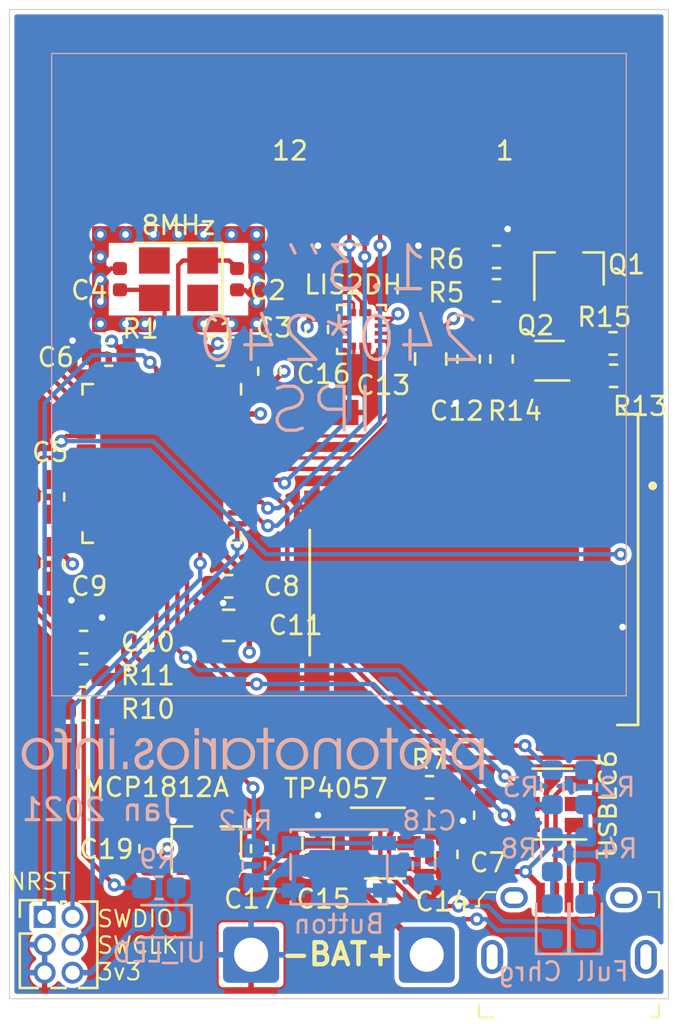
<source format=kicad_pcb>
(kicad_pcb (version 20171130) (host pcbnew 5.1.9-73d0e3b20d~88~ubuntu20.10.1)
  (layers (0 F.Cu signal) (1 GND power) (2 3V3 power) (31 B.Cu signal) (34 B.Paste user) (35 F.Paste user) (36 B.SilkS user) (37 F.SilkS user) (38 B.Mask user) (39 F.Mask user) (44 Edge.Cuts user))
  (net 0 "")
  (net 1 /3V3)
  (net 2 GND)
  (net 3 "Net-(C2-Pad1)")
  (net 4 "Net-(C4-Pad1)")
  (net 5 /VBUS)
  (net 6 /BAT)
  (net 7 /BUTTON)
  (net 8 "Net-(D1-Pad2)")
  (net 9 "Net-(D1-Pad1)")
  (net 10 "Net-(D2-Pad1)")
  (net 11 "Net-(D2-Pad2)")
  (net 12 /SDIO_CMD)
  (net 13 /SDIO_CK)
  (net 14 /SDIO_D0)
  (net 15 /D_RESET)
  (net 16 /SPI_MOSI)
  (net 17 /SPI_SCK)
  (net 18 /SPI_CS)
  (net 19 /DC)
  (net 20 /LED_K)
  (net 21 /SWDIO)
  (net 22 /SWCLK)
  (net 23 "Net-(J4-Pad3)")
  (net 24 /DM)
  (net 25 "Net-(Q1-Pad1)")
  (net 26 "Net-(Q1-Pad3)")
  (net 27 "Net-(R1-Pad1)")
  (net 28 "Net-(R2-Pad2)")
  (net 29 /D_BCKL)
  (net 30 "Net-(R7-Pad1)")
  (net 31 /USBM)
  (net 32 /USBP)
  (net 33 /LIS2_INT1)
  (net 34 /L_GND)
  (net 35 "Net-(C5-Pad2)")
  (net 36 "Net-(D3-Pad1)")
  (net 37 "Net-(R9-Pad1)")
  (net 38 /SDIO_DT)
  (net 39 "Net-(C10-Pad1)")
  (net 40 "Net-(C18-Pad1)")
  (net 41 /LIS2_SDA)
  (net 42 /LIS2_SCL)
  (net 43 /NRST)
  (net 44 /SW_3V3)
  (net 45 "Net-(Q2-Pad5)")
  (net 46 /SW_3V3_CTL)
  (net 47 "Net-(Q2-Pad2)")
  (net 48 "Net-(J4-PadSH)")
  (module Custom_parts:logo_small (layer B.Cu) (at 111.0742 133.858 180)
    (fp_text reference G1 hide)
    (fp_text value protonotarios.info hide)
  )
  (module Resistor_SMD:R_0603_1608Metric (layer F.Cu) (at 127.4826 115.189)
    (fp_text reference R15 (at -0.3937 -1.1938) (layer F.SilkS) (effects (font (size 0.85 0.85) (thickness 0.125))))
    (fp_text value ?)
    (pad 2 smd roundrect (at 0.7875 0) (size 0.875 0.95) (layers F.Cu F.Paste F.Mask) (net 46 /SW_3V3_CTL))
    (pad 1 smd roundrect (at -0.7875 0) (size 0.875 0.95) (layers F.Cu F.Paste F.Mask) (net 47 "Net-(Q2-Pad2)"))
  )
  (module Resistor_SMD:R_0603_1608Metric (layer F.Cu) (at 122.4026 115.9002 270)
    (fp_text reference R14 (at 2.3622 -0.6096 180) (layer F.SilkS) (effects (font (size 0.85 0.85) (thickness 0.125))))
    (fp_text value 100k)
    (pad 2 smd roundrect (at 0.7875 0 270) (size 0.875 0.95) (layers F.Cu F.Paste F.Mask) (net 45 "Net-(Q2-Pad5)"))
    (pad 1 smd roundrect (at -0.7875 0 270) (size 0.875 0.95) (layers F.Cu F.Paste F.Mask) (net 1 /3V3))
  )
  (module Resistor_SMD:R_0603_1608Metric (layer F.Cu) (at 127.508 116.6622)
    (fp_text reference R13 (at 1.1938 1.3843) (layer F.SilkS) (effects (font (size 0.85 0.85) (thickness 0.125))))
    (fp_text value 100k)
    (pad 2 smd roundrect (at 0.7875 0) (size 0.875 0.95) (layers F.Cu F.Paste F.Mask) (net 2 GND))
    (pad 1 smd roundrect (at -0.7875 0) (size 0.875 0.95) (layers F.Cu F.Paste F.Mask) (net 47 "Net-(Q2-Pad2)"))
  )
  (module Package_TO_SOT_SMD:SOT-563 (layer F.Cu) (at 124.587 115.9764 180)
    (fp_text reference Q2 (at 0.635 1.6002) (layer F.SilkS) (effects (font (size 0.85 0.85) (thickness 0.125))))
    (fp_text value DMC2400UV hide)
    (pad 5 smd rect (at 0.75 0 180) (size 0.7 0.4) (layers F.Cu F.Paste F.Mask) (net 45 "Net-(Q2-Pad5)"))
    (pad 4 smd rect (at 0.75 0.5 180) (size 0.7 0.4) (layers F.Cu F.Paste F.Mask) (net 1 /3V3))
    (pad 2 smd rect (at -0.75 0 180) (size 0.7 0.4) (layers F.Cu F.Paste F.Mask) (net 47 "Net-(Q2-Pad2)"))
    (pad 6 smd rect (at 0.75 -0.5 180) (size 0.7 0.4) (layers F.Cu F.Paste F.Mask) (net 45 "Net-(Q2-Pad5)"))
    (pad 3 smd rect (at -0.75 0.5 180) (size 0.7 0.4) (layers F.Cu F.Paste F.Mask) (net 44 /SW_3V3))
    (pad 1 smd rect (at -0.75 -0.5 180) (size 0.7 0.4) (layers F.Cu F.Paste F.Mask) (net 2 GND))
  )
  (module Capacitor_SMD:C_0603_1608Metric (layer F.Cu) (at 106.426 138.176 90)
    (fp_text reference C19 (at -0.0254 -2.0066 180) (layer F.SilkS) (effects (font (size 0.85 0.85) (thickness 0.125))))
    (fp_text value 1uF)
    (pad 2 smd roundrect (at 0.7875 0 90) (size 0.875 0.95) (layers F.Cu F.Paste F.Mask) (net 2 GND))
    (pad 1 smd roundrect (at -0.7875 0 90) (size 0.875 0.95) (layers F.Cu F.Paste F.Mask) (net 1 /3V3))
  )
  (module Package_TO_SOT_SMD:SOT-23 (layer F.Cu) (at 108.966 137.922 90)
    (fp_text reference U5 hide)
    (fp_text value MCP1812A (at 2.54 -2.286 180) (layer F.SilkS) (effects (font (size 0.85 0.85) (thickness 0.125))))
    (pad 3 smd rect (at 1 0 90) (size 0.9 0.8) (layers F.Cu F.Paste F.Mask) (net 2 GND))
    (pad 2 smd rect (at -1 0.95 90) (size 0.9 0.8) (layers F.Cu F.Paste F.Mask) (net 6 /BAT))
    (pad 1 smd rect (at -1 -0.95 90) (size 0.9 0.8) (layers F.Cu F.Paste F.Mask) (net 1 /3V3))
  )
  (module Connector_PinHeader_1.27mm:PinHeader_2x03_P1.27mm_Vertical (layer F.Cu) (at 101.6 141.2748)
    (fp_text reference J3 hide)
    (fp_text value SWD)
    (pad 6 thru_hole oval (at 1.27 2.54) (size 1 1) (drill 0.65) (layers *.Cu *.Mask) (net 1 /3V3))
    (pad 5 thru_hole oval (at 0 2.54) (size 1 1) (drill 0.65) (layers *.Cu *.Mask) (net 2 GND))
    (pad 4 thru_hole oval (at 1.27 1.27) (size 1 1) (drill 0.65) (layers *.Cu *.Mask) (net 22 /SWCLK))
    (pad 3 thru_hole oval (at 0 1.27) (size 1 1) (drill 0.65) (layers *.Cu *.Mask) (net 2 GND))
    (pad 2 thru_hole oval (at 1.27 0) (size 1 1) (drill 0.65) (layers *.Cu *.Mask) (net 21 /SWDIO))
    (pad 1 thru_hole rect (at 0 0) (size 1 1) (drill 0.65) (layers *.Cu *.Mask) (net 43 /NRST))
  )
  (module NetTie:NetTie-2_SMD_Pad0.5mm (layer F.Cu) (at 110.91 118.4)
    (fp_text reference NT1 hide)
    (fp_text value "OSC GND TIE")
    (fp_poly (pts (xy -0.5 -0.127) (xy 0.5 -0.127) (xy 0.5 0.127) (xy -0.508 0.127)) (layer F.Cu) (width 0))
    (pad 2 smd circle (at 0.5 0) (size 0.25 0.25) (layers F.Cu) (net 34 /L_GND))
    (pad 1 smd circle (at -0.5 0) (size 0.25 0.25) (layers F.Cu) (net 2 GND))
  )
  (module Resistor_SMD:R_0402_1005Metric (layer F.Cu) (at 107.061 114.935 90)
    (fp_text reference R1 (at 0.4064 -1.0922 180) (layer F.SilkS) (effects (font (size 0.85 0.85) (thickness 0.125))))
    (fp_text value 2k)
    (pad 2 smd roundrect (at 0.485 0 90) (size 0.59 0.64) (layers F.Cu F.Paste F.Mask) (net 4 "Net-(C4-Pad1)"))
    (pad 1 smd roundrect (at -0.485 0 90) (size 0.59 0.64) (layers F.Cu F.Paste F.Mask) (net 27 "Net-(R1-Pad1)"))
  )
  (module Capacitor_SMD:C_0402_1005Metric (layer F.Cu) (at 105.029 112.268 90)
    (fp_text reference C4 (at -0.508 -1.397 180) (layer F.SilkS) (effects (font (size 0.85 0.85) (thickness 0.125))))
    (fp_text value 10pF)
    (pad 2 smd roundrect (at 0.485 0 90) (size 0.59 0.64) (layers F.Cu F.Paste F.Mask) (net 34 /L_GND))
    (pad 1 smd roundrect (at -0.485 0 90) (size 0.59 0.64) (layers F.Cu F.Paste F.Mask) (net 4 "Net-(C4-Pad1)"))
  )
  (module Capacitor_SMD:C_0402_1005Metric (layer F.Cu) (at 110.363 112.268 270)
    (fp_text reference C2 (at 0.508 -1.397 180) (layer F.SilkS) (effects (font (size 0.85 0.85) (thickness 0.125))))
    (fp_text value 10pF)
    (pad 2 smd roundrect (at 0.485 0 270) (size 0.59 0.64) (layers F.Cu F.Paste F.Mask) (net 34 /L_GND))
    (pad 1 smd roundrect (at -0.485 0 270) (size 0.59 0.64) (layers F.Cu F.Paste F.Mask) (net 3 "Net-(C2-Pad1)"))
  )
  (module Resistor_SMD:R_0603_1608Metric (layer B.Cu) (at 111.125 138.938 90)
    (fp_text reference R12 (at 2.032 -0.381 180) (layer B.SilkS) (effects (font (size 0.85 0.85) (thickness 0.125)) (justify mirror)))
    (fp_text value 100)
    (pad 1 smd roundrect (at -0.7875 0 90) (size 0.875 0.95) (layers B.Cu B.Paste B.Mask) (net 40 "Net-(C18-Pad1)"))
    (pad 2 smd roundrect (at 0.7875 0 90) (size 0.875 0.95) (layers B.Cu B.Paste B.Mask) (net 7 /BUTTON))
  )
  (module Resistor_SMD:R_0603_1608Metric (layer F.Cu) (at 103.378 130.302)
    (fp_text reference R11 (at 2.921 0) (layer F.SilkS) (effects (font (size 0.85 0.85) (thickness 0.125))))
    (fp_text value 10M)
    (pad 2 smd roundrect (at 0.7875 0) (size 0.875 0.95) (layers F.Cu F.Paste F.Mask) (net 2 GND))
    (pad 1 smd roundrect (at -0.7875 0) (size 0.875 0.95) (layers F.Cu F.Paste F.Mask) (net 39 "Net-(C10-Pad1)"))
  )
  (module Resistor_SMD:R_0603_1608Metric (layer F.Cu) (at 103.378 131.826 180)
    (fp_text reference R10 (at -2.921 0) (layer F.SilkS) (effects (font (size 0.85 0.85) (thickness 0.125))))
    (fp_text value 10M)
    (pad 2 smd roundrect (at 0.7875 0 180) (size 0.875 0.95) (layers F.Cu F.Paste F.Mask) (net 39 "Net-(C10-Pad1)"))
    (pad 1 smd roundrect (at -0.7875 0 180) (size 0.875 0.95) (layers F.Cu F.Paste F.Mask) (net 6 /BAT))
  )
  (module Connector_Wire:SolderWire-0.75sqmm_1x01_D1.25mm_OD2.3mm (layer F.Cu) (at 111 143)
    (fp_text reference J6 hide)
    (fp_text value BAT- hide)
    (pad 1 thru_hole roundrect (at 0 0) (size 2.55 2.55) (drill 1.55) (layers *.Cu *.Mask) (roundrect_rratio 0.09803882352941176) (net 2 GND))
  )
  (module Connector_Wire:SolderWire-0.75sqmm_1x01_D1.25mm_OD2.3mm (layer F.Cu) (at 119 143)
    (fp_text reference J5 hide)
    (fp_text value BAT+ hide)
    (pad 1 thru_hole roundrect (at 0 0) (size 2.55 2.55) (drill 1.55) (layers *.Cu *.Mask) (roundrect_rratio 0.09803882352941176) (net 6 /BAT))
  )
  (module Capacitor_SMD:C_0603_1608Metric (layer F.Cu) (at 103.378 128.778)
    (fp_text reference C10 (at 2.921 0) (layer F.SilkS) (effects (font (size 0.85 0.85) (thickness 0.125))))
    (fp_text value 100nF)
    (pad 2 smd roundrect (at 0.7875 0) (size 0.875 0.95) (layers F.Cu F.Paste F.Mask) (net 2 GND))
    (pad 1 smd roundrect (at -0.7875 0) (size 0.875 0.95) (layers F.Cu F.Paste F.Mask) (net 39 "Net-(C10-Pad1)"))
  )
  (module Resistor_SMD:R_0603_1608Metric (layer B.Cu) (at 106.807 139.954)
    (fp_text reference R9 (at -0.073 -1.31) (layer B.SilkS) (effects (font (size 0.85 0.85) (thickness 0.125)) (justify mirror)))
    (fp_text value 1k)
    (pad 2 smd roundrect (at 0.7875 0) (size 0.875 0.95) (layers B.Cu B.Paste B.Mask) (net 36 "Net-(D3-Pad1)"))
    (pad 1 smd roundrect (at -0.7875 0) (size 0.875 0.95) (layers B.Cu B.Paste B.Mask) (net 37 "Net-(R9-Pad1)"))
  )
  (module LED_SMD:LED_0603_1608Metric (layer B.Cu) (at 106.807 141.478 180)
    (fp_text reference D3 hide)
    (fp_text value UI_LED (at 0 -1.43) (layer B.SilkS) (effects (font (size 0.85 0.85) (thickness 0.125)) (justify mirror)))
    (pad 2 smd roundrect (at 0.7875 0 180) (size 0.875 0.95) (layers B.Cu B.Paste B.Mask) (net 1 /3V3))
    (pad 1 smd roundrect (at -0.7875 0 180) (size 0.875 0.95) (layers B.Cu B.Paste B.Mask) (net 36 "Net-(D3-Pad1)"))
  )
  (module custom_libs:IPS_240_240 (layer F.Cu) (at 115 108)
    (fp_text reference J2 hide)
    (fp_text value Display hide)
    (fp_text user 1 (at 7.5565 -1.574) (layer F.SilkS) (effects (font (size 0.85 0.85) (thickness 0.125))))
    (fp_text user 12 (at -2.224 -1.574) (layer F.SilkS) (effects (font (size 0.85 0.85) (thickness 0.125))))
    (pad 12 smd rect (at -0.925 0) (size 0.35 4) (layers F.Cu F.Paste F.Mask) (net 2 GND))
    (pad 11 smd rect (at -0.225 0) (size 0.35 4) (layers F.Cu F.Paste F.Mask) (net 15 /D_RESET))
    (pad 10 smd rect (at 0.475 0) (size 0.35 4) (layers F.Cu F.Paste F.Mask) (net 16 /SPI_MOSI))
    (pad 9 smd rect (at 1.175 0) (size 0.35 4) (layers F.Cu F.Paste F.Mask) (net 17 /SPI_SCK))
    (pad 8 smd rect (at 1.875 0) (size 0.35 4) (layers F.Cu F.Paste F.Mask) (net 18 /SPI_CS))
    (pad 7 smd rect (at 2.575 0) (size 0.35 4) (layers F.Cu F.Paste F.Mask) (net 19 /DC))
    (pad 6 smd rect (at 3.275 0) (size 0.35 4) (layers F.Cu F.Paste F.Mask) (net 2 GND))
    (pad 5 smd rect (at 3.975 0) (size 0.35 4) (layers F.Cu F.Paste F.Mask) (net 2 GND))
    (pad 4 smd rect (at 4.675 0) (size 0.35 4) (layers F.Cu F.Paste F.Mask) (net 44 /SW_3V3))
    (pad 3 smd rect (at 5.375 0) (size 0.35 4) (layers F.Cu F.Paste F.Mask) (net 44 /SW_3V3))
    (pad 2 smd rect (at 6.075 0) (size 0.35 4) (layers F.Cu F.Paste F.Mask) (net 20 /LED_K))
    (pad 1 smd rect (at 6.775 0) (size 0.35 4) (layers F.Cu F.Paste F.Mask) (net 2 GND))
  )
  (module Capacitor_SMD:C_0603_1608Metric (layer F.Cu) (at 101.981 122.174 90)
    (fp_text reference C5 (at 2.032 -0.127 180) (layer F.SilkS) (effects (font (size 0.85 0.85) (thickness 0.125))))
    (fp_text value 4.7uF)
    (pad 2 smd roundrect (at 0.7875 0 90) (size 0.875 0.95) (layers F.Cu F.Paste F.Mask) (net 35 "Net-(C5-Pad2)"))
    (pad 1 smd roundrect (at -0.7875 0 90) (size 0.875 0.95) (layers F.Cu F.Paste F.Mask) (net 2 GND))
  )
  (module Package_DFN_QFN:QFN-48-1EP_7x7mm_P0.5mm_EP5.6x5.6mm (layer F.Cu) (at 106.934 120.65 270)
    (fp_text reference U1 hide)
    (fp_text value STM32F411CEUx)
    (pad 1 smd roundrect (at -3.4375 -2.75 270) (size 0.875 0.25) (layers F.Cu F.Paste F.Mask) (net 1 /3V3))
    (pad 2 smd roundrect (at -3.4375 -2.25 270) (size 0.875 0.25) (layers F.Cu F.Paste F.Mask))
    (pad 3 smd roundrect (at -3.4375 -1.75 270) (size 0.875 0.25) (layers F.Cu F.Paste F.Mask))
    (pad 4 smd roundrect (at -3.4375 -1.25 270) (size 0.875 0.25) (layers F.Cu F.Paste F.Mask))
    (pad 5 smd roundrect (at -3.4375 -0.75 270) (size 0.875 0.25) (layers F.Cu F.Paste F.Mask) (net 3 "Net-(C2-Pad1)"))
    (pad 6 smd roundrect (at -3.4375 -0.25 270) (size 0.875 0.25) (layers F.Cu F.Paste F.Mask) (net 27 "Net-(R1-Pad1)"))
    (pad 7 smd roundrect (at -3.4375 0.25 270) (size 0.875 0.25) (layers F.Cu F.Paste F.Mask) (net 43 /NRST))
    (pad 8 smd roundrect (at -3.4375 0.75 270) (size 0.875 0.25) (layers F.Cu F.Paste F.Mask) (net 2 GND))
    (pad 9 smd roundrect (at -3.4375 1.25 270) (size 0.875 0.25) (layers F.Cu F.Paste F.Mask) (net 1 /3V3))
    (pad 10 smd roundrect (at -3.4375 1.75 270) (size 0.875 0.25) (layers F.Cu F.Paste F.Mask))
    (pad 11 smd roundrect (at -3.4375 2.25 270) (size 0.875 0.25) (layers F.Cu F.Paste F.Mask))
    (pad 12 smd roundrect (at -3.4375 2.75 270) (size 0.875 0.25) (layers F.Cu F.Paste F.Mask) (net 15 /D_RESET))
    (pad 13 smd roundrect (at -2.75 3.4375 270) (size 0.25 0.875) (layers F.Cu F.Paste F.Mask) (net 19 /DC))
    (pad 14 smd roundrect (at -2.25 3.4375 270) (size 0.25 0.875) (layers F.Cu F.Paste F.Mask) (net 46 /SW_3V3_CTL))
    (pad 15 smd roundrect (at -1.75 3.4375 270) (size 0.25 0.875) (layers F.Cu F.Paste F.Mask))
    (pad 16 smd roundrect (at -1.25 3.4375 270) (size 0.25 0.875) (layers F.Cu F.Paste F.Mask) (net 12 /SDIO_CMD))
    (pad 17 smd roundrect (at -0.75 3.4375 270) (size 0.25 0.875) (layers F.Cu F.Paste F.Mask))
    (pad 18 smd roundrect (at -0.25 3.4375 270) (size 0.25 0.875) (layers F.Cu F.Paste F.Mask))
    (pad 19 smd roundrect (at 0.25 3.4375 270) (size 0.25 0.875) (layers F.Cu F.Paste F.Mask) (net 39 "Net-(C10-Pad1)"))
    (pad 20 smd roundrect (at 0.75 3.4375 270) (size 0.25 0.875) (layers F.Cu F.Paste F.Mask))
    (pad 21 smd roundrect (at 1.25 3.4375 270) (size 0.25 0.875) (layers F.Cu F.Paste F.Mask))
    (pad 22 smd roundrect (at 1.75 3.4375 270) (size 0.25 0.875) (layers F.Cu F.Paste F.Mask) (net 35 "Net-(C5-Pad2)"))
    (pad 23 smd roundrect (at 2.25 3.4375 270) (size 0.25 0.875) (layers F.Cu F.Paste F.Mask) (net 2 GND))
    (pad 24 smd roundrect (at 2.75 3.4375 270) (size 0.25 0.875) (layers F.Cu F.Paste F.Mask) (net 1 /3V3))
    (pad 25 smd roundrect (at 3.4375 2.75 270) (size 0.875 0.25) (layers F.Cu F.Paste F.Mask) (net 37 "Net-(R9-Pad1)"))
    (pad 26 smd roundrect (at 3.4375 2.25 270) (size 0.875 0.25) (layers F.Cu F.Paste F.Mask))
    (pad 27 smd roundrect (at 3.4375 1.75 270) (size 0.875 0.25) (layers F.Cu F.Paste F.Mask) (net 7 /BUTTON))
    (pad 28 smd roundrect (at 3.4375 1.25 270) (size 0.875 0.25) (layers F.Cu F.Paste F.Mask) (net 13 /SDIO_CK))
    (pad 29 smd roundrect (at 3.4375 0.75 270) (size 0.875 0.25) (layers F.Cu F.Paste F.Mask))
    (pad 30 smd roundrect (at 3.4375 0.25 270) (size 0.875 0.25) (layers F.Cu F.Paste F.Mask) (net 28 "Net-(R2-Pad2)"))
    (pad 31 smd roundrect (at 3.4375 -0.25 270) (size 0.875 0.25) (layers F.Cu F.Paste F.Mask) (net 38 /SDIO_DT))
    (pad 32 smd roundrect (at 3.4375 -0.75 270) (size 0.875 0.25) (layers F.Cu F.Paste F.Mask) (net 31 /USBM))
    (pad 33 smd roundrect (at 3.4375 -1.25 270) (size 0.875 0.25) (layers F.Cu F.Paste F.Mask) (net 32 /USBP))
    (pad 34 smd roundrect (at 3.4375 -1.75 270) (size 0.875 0.25) (layers F.Cu F.Paste F.Mask) (net 21 /SWDIO))
    (pad 35 smd roundrect (at 3.4375 -2.25 270) (size 0.875 0.25) (layers F.Cu F.Paste F.Mask) (net 2 GND))
    (pad 36 smd roundrect (at 3.4375 -2.75 270) (size 0.875 0.25) (layers F.Cu F.Paste F.Mask) (net 1 /3V3))
    (pad 37 smd roundrect (at 2.75 -3.4375 270) (size 0.25 0.875) (layers F.Cu F.Paste F.Mask) (net 22 /SWCLK))
    (pad 38 smd roundrect (at 2.25 -3.4375 270) (size 0.25 0.875) (layers F.Cu F.Paste F.Mask) (net 18 /SPI_CS))
    (pad 39 smd roundrect (at 1.75 -3.4375 270) (size 0.25 0.875) (layers F.Cu F.Paste F.Mask) (net 17 /SPI_SCK))
    (pad 40 smd roundrect (at 1.25 -3.4375 270) (size 0.25 0.875) (layers F.Cu F.Paste F.Mask) (net 14 /SDIO_D0))
    (pad 41 smd roundrect (at 0.75 -3.4375 270) (size 0.25 0.875) (layers F.Cu F.Paste F.Mask) (net 16 /SPI_MOSI))
    (pad 42 smd roundrect (at 0.25 -3.4375 270) (size 0.25 0.875) (layers F.Cu F.Paste F.Mask) (net 29 /D_BCKL))
    (pad 43 smd roundrect (at -0.25 -3.4375 270) (size 0.25 0.875) (layers F.Cu F.Paste F.Mask) (net 41 /LIS2_SDA))
    (pad 44 smd roundrect (at -0.75 -3.4375 270) (size 0.25 0.875) (layers F.Cu F.Paste F.Mask) (net 2 GND))
    (pad 45 smd roundrect (at -1.25 -3.4375 270) (size 0.25 0.875) (layers F.Cu F.Paste F.Mask) (net 42 /LIS2_SCL))
    (pad 46 smd roundrect (at -1.75 -3.4375 270) (size 0.25 0.875) (layers F.Cu F.Paste F.Mask) (net 33 /LIS2_INT1))
    (pad 47 smd roundrect (at -2.25 -3.4375 270) (size 0.25 0.875) (layers F.Cu F.Paste F.Mask) (net 2 GND))
    (pad 48 smd roundrect (at -2.75 -3.4375 270) (size 0.25 0.875) (layers F.Cu F.Paste F.Mask) (net 1 /3V3))
    (pad 49 smd rect (at 0 0 270) (size 5.6 5.6) (layers F.Cu F.Mask) (net 2 GND))
  )
  (module digikey-footprints:USB_Micro_B_Female_10118194-0001LF (layer F.Cu) (at 125.476 140.4)
    (fp_text reference J4 hide)
    (fp_text value 10118194-0001LF hide)
    (pad 3 smd rect (at 0 0) (size 0.4 1.35) (layers F.Cu F.Paste F.Mask) (net 23 "Net-(J4-Pad3)"))
    (pad 4 smd rect (at 0.65 0) (size 0.4 1.35) (layers F.Cu F.Paste F.Mask))
    (pad 5 smd rect (at 1.3 0) (size 0.4 1.35) (layers F.Cu F.Paste F.Mask) (net 2 GND))
    (pad 2 smd rect (at -0.65 0) (size 0.4 1.35) (layers F.Cu F.Paste F.Mask) (net 24 /DM))
    (pad 1 smd rect (at -1.3 0) (size 0.4 1.35) (layers F.Cu F.Paste F.Mask) (net 5 /VBUS))
    (pad SH thru_hole oval (at 2.5 0) (size 1.25 0.95) (drill oval 0.85 0.55) (layers *.Cu *.Mask) (net 48 "Net-(J4-PadSH)"))
    (pad SH thru_hole oval (at -2.5 0) (size 1.25 0.95) (drill oval 0.85 0.55) (layers *.Cu *.Mask) (net 48 "Net-(J4-PadSH)"))
    (pad SH thru_hole oval (at -3.5 2.7) (size 1 1.55) (drill oval 0.5 1.15) (layers *.Cu *.Mask) (net 48 "Net-(J4-PadSH)"))
    (pad SH thru_hole oval (at 3.5 2.7) (size 1 1.55) (drill oval 0.5 1.15) (layers *.Cu *.Mask) (net 48 "Net-(J4-PadSH)"))
  )
  (module Capacitor_SMD:C_0603_1608Metric (layer F.Cu) (at 111.8362 116.459 90)
    (fp_text reference C3 (at 1.9812 0.2032 180) (layer F.SilkS) (effects (font (size 0.85 0.85) (thickness 0.125))))
    (fp_text value 100nF)
    (pad 1 smd roundrect (at -0.7875 0 90) (size 0.875 0.95) (layers F.Cu F.Paste F.Mask) (net 1 /3V3))
    (pad 2 smd roundrect (at 0.7875 0 90) (size 0.875 0.95) (layers F.Cu F.Paste F.Mask) (net 2 GND))
  )
  (module Capacitor_SMD:C_0805_2012Metric (layer F.Cu) (at 114.046 137.922 90)
    (fp_text reference C15 (at -2.54 0.254 180) (layer F.SilkS) (effects (font (size 0.85 0.85) (thickness 0.125))))
    (fp_text value 10uF)
    (pad 2 smd roundrect (at 0.9375 0 90) (size 0.975 1.4) (layers F.Cu F.Paste F.Mask) (net 2 GND))
    (pad 1 smd roundrect (at -0.9375 0 90) (size 0.975 1.4) (layers F.Cu F.Paste F.Mask) (net 6 /BAT))
  )
  (module Capacitor_SMD:C_0805_2012Metric (layer F.Cu) (at 119.1768 115.9002 270)
    (fp_text reference C13 (at 1.1938 2.159) (layer F.SilkS) (effects (font (size 0.85 0.85) (thickness 0.125))))
    (fp_text value 10uF)
    (pad 1 smd roundrect (at -0.9375 0 270) (size 0.975 1.4) (layers F.Cu F.Paste F.Mask) (net 1 /3V3))
    (pad 2 smd roundrect (at 0.9375 0 270) (size 0.975 1.4) (layers F.Cu F.Paste F.Mask) (net 2 GND))
  )
  (module Capacitor_SMD:C_0805_2012Metric (layer F.Cu) (at 109.982 128.016 180)
    (fp_text reference C11 (at -3.048 0) (layer F.SilkS) (effects (font (size 0.85 0.85) (thickness 0.125))))
    (fp_text value 10uF)
    (pad 2 smd roundrect (at 0.9375 0 180) (size 0.975 1.4) (layers F.Cu F.Paste F.Mask) (net 2 GND))
    (pad 1 smd roundrect (at -0.9375 0 180) (size 0.975 1.4) (layers F.Cu F.Paste F.Mask) (net 1 /3V3))
  )
  (module Capacitor_SMD:C_0603_1608Metric (layer F.Cu) (at 111.506 138.176 90)
    (fp_text reference C17 (at -2.286 -0.508 180) (layer F.SilkS) (effects (font (size 0.85 0.85) (thickness 0.125))))
    (fp_text value 1uF)
    (pad 1 smd roundrect (at -0.7875 0 90) (size 0.875 0.95) (layers F.Cu F.Paste F.Mask) (net 6 /BAT))
    (pad 2 smd roundrect (at 0.7875 0 90) (size 0.875 0.95) (layers F.Cu F.Paste F.Mask) (net 2 GND))
  )
  (module Package_TO_SOT_SMD:SOT-23-6 (layer F.Cu) (at 124.714 136.144 180)
    (fp_text reference U3 hide)
    (fp_text value USBLC6 (at -2.54 0 270) (layer F.SilkS) (effects (font (size 0.75 0.85) (thickness 0.125))))
    (pad 1 smd rect (at -1.1 -0.95 180) (size 1.06 0.65) (layers F.Cu F.Paste F.Mask) (net 23 "Net-(J4-Pad3)"))
    (pad 2 smd rect (at -1.1 0 180) (size 1.06 0.65) (layers F.Cu F.Paste F.Mask) (net 2 GND) (clearance 0.2))
    (pad 3 smd rect (at -1.1 0.95 180) (size 1.06 0.65) (layers F.Cu F.Paste F.Mask) (net 24 /DM))
    (pad 4 smd rect (at 1.1 0.95 180) (size 1.06 0.65) (layers F.Cu F.Paste F.Mask) (net 31 /USBM))
    (pad 6 smd rect (at 1.1 -0.95 180) (size 1.06 0.65) (layers F.Cu F.Paste F.Mask) (net 32 /USBP))
    (pad 5 smd rect (at 1.1 0 180) (size 1.06 0.65) (layers F.Cu F.Paste F.Mask) (net 5 /VBUS) (clearance 0.2))
  )
  (module Capacitor_SMD:C_0603_1608Metric (layer F.Cu) (at 109.601 115.697)
    (fp_text reference C1 (at -0.0762 -1.1684) (layer F.SilkS) (effects (font (size 0.85 0.85) (thickness 0.125))))
    (fp_text value 100nF)
    (pad 1 smd roundrect (at -0.7875 0) (size 0.875 0.95) (layers F.Cu F.Paste F.Mask) (net 1 /3V3))
    (pad 2 smd roundrect (at 0.7875 0) (size 0.875 0.95) (layers F.Cu F.Paste F.Mask) (net 2 GND))
  )
  (module Capacitor_SMD:C_0603_1608Metric (layer F.Cu) (at 104.521 115.697 180)
    (fp_text reference C6 (at 2.413 -0.127) (layer F.SilkS) (effects (font (size 0.85 0.85) (thickness 0.125))))
    (fp_text value 100nF)
    (pad 1 smd roundrect (at -0.7875 0 180) (size 0.875 0.95) (layers F.Cu F.Paste F.Mask) (net 1 /3V3))
    (pad 2 smd roundrect (at 0.7875 0 180) (size 0.875 0.95) (layers F.Cu F.Paste F.Mask) (net 2 GND))
  )
  (module Capacitor_SMD:C_0603_1608Metric (layer F.Cu) (at 121.666 136.652 270)
    (fp_text reference C7 (at 2.159 -0.127 180) (layer F.SilkS) (effects (font (size 0.85 0.85) (thickness 0.125))))
    (fp_text value 100nF)
    (pad 2 smd roundrect (at 0.7875 0 270) (size 0.875 0.95) (layers F.Cu F.Paste F.Mask) (net 2 GND))
    (pad 1 smd roundrect (at -0.7875 0 270) (size 0.875 0.95) (layers F.Cu F.Paste F.Mask) (net 5 /VBUS))
  )
  (module Capacitor_SMD:C_0603_1608Metric (layer F.Cu) (at 109.982 126.238 180)
    (fp_text reference C8 (at -2.413 0 180) (layer F.SilkS) (effects (font (size 0.85 0.85) (thickness 0.125))))
    (fp_text value 100nF)
    (pad 1 smd roundrect (at -0.7875 0 180) (size 0.875 0.95) (layers F.Cu F.Paste F.Mask) (net 1 /3V3))
    (pad 2 smd roundrect (at 0.7875 0 180) (size 0.875 0.95) (layers F.Cu F.Paste F.Mask) (net 2 GND))
  )
  (module Capacitor_SMD:C_0603_1608Metric (layer F.Cu) (at 101.981 125.222 270)
    (fp_text reference C9 (at 1.016 -1.651 180) (layer F.SilkS) (effects (font (size 0.85 0.85) (thickness 0.125))))
    (fp_text value 100nF)
    (pad 2 smd roundrect (at 0.7875 0 270) (size 0.875 0.95) (layers F.Cu F.Paste F.Mask) (net 2 GND))
    (pad 1 smd roundrect (at -0.7875 0 270) (size 0.875 0.95) (layers F.Cu F.Paste F.Mask) (net 1 /3V3))
  )
  (module Capacitor_SMD:C_0603_1608Metric (layer F.Cu) (at 120.904 115.9002 270)
    (fp_text reference C12 (at 2.3622 0.5334) (layer F.SilkS) (effects (font (size 0.85 0.85) (thickness 0.125))))
    (fp_text value 100nF)
    (pad 1 smd roundrect (at -0.7875 0 270) (size 0.875 0.95) (layers F.Cu F.Paste F.Mask) (net 1 /3V3))
    (pad 2 smd roundrect (at 0.7875 0 270) (size 0.875 0.95) (layers F.Cu F.Paste F.Mask) (net 2 GND))
  )
  (module Capacitor_SMD:C_0603_1608Metric (layer F.Cu) (at 119.888 138.43 90)
    (fp_text reference C14 (at -2.159 -0.1778 180) (layer F.SilkS) (effects (font (size 0.85 0.85) (thickness 0.125))))
    (fp_text value 1uF)
    (pad 2 smd roundrect (at 0.7875 0 90) (size 0.875 0.95) (layers F.Cu F.Paste F.Mask) (net 2 GND))
    (pad 1 smd roundrect (at -0.7875 0 90) (size 0.875 0.95) (layers F.Cu F.Paste F.Mask) (net 5 /VBUS))
  )
  (module Capacitor_SMD:C_0603_1608Metric (layer F.Cu) (at 113.9952 114.554 270)
    (fp_text reference C16 (at 2.032 -0.3048 180) (layer F.SilkS) (effects (font (size 0.85 0.85) (thickness 0.125))))
    (fp_text value 100nF)
    (pad 2 smd roundrect (at 0.7875 0 270) (size 0.875 0.95) (layers F.Cu F.Paste F.Mask) (net 2 GND))
    (pad 1 smd roundrect (at -0.7875 0 270) (size 0.875 0.95) (layers F.Cu F.Paste F.Mask) (net 1 /3V3))
  )
  (module Capacitor_SMD:C_0603_1608Metric (layer B.Cu) (at 118.872 138.938 270)
    (fp_text reference C18 (at -2.032 -0.254 180) (layer B.SilkS) (effects (font (size 0.85 0.85) (thickness 0.125)) (justify mirror)))
    (fp_text value 100nF)
    (pad 2 smd roundrect (at 0.7875 0 270) (size 0.875 0.95) (layers B.Cu B.Paste B.Mask) (net 2 GND))
    (pad 1 smd roundrect (at -0.7875 0 270) (size 0.875 0.95) (layers B.Cu B.Paste B.Mask) (net 40 "Net-(C18-Pad1)"))
  )
  (module LED_SMD:LED_0603_1608Metric (layer B.Cu) (at 124.714 141.478 90)
    (fp_text reference D1 hide)
    (fp_text value Chrg (at -2.286 -1.016) (layer B.SilkS) (effects (font (size 0.85 0.85) (thickness 0.125)) (justify mirror)))
    (pad 2 smd roundrect (at 0.7875 0 90) (size 0.875 0.95) (layers B.Cu B.Paste B.Mask) (net 8 "Net-(D1-Pad2)"))
    (pad 1 smd roundrect (at -0.7875 0 90) (size 0.875 0.95) (layers B.Cu B.Paste B.Mask) (net 9 "Net-(D1-Pad1)"))
  )
  (module LED_SMD:LED_0603_1608Metric (layer B.Cu) (at 126.238 141.478 90)
    (fp_text reference D2 hide)
    (fp_text value Full (at -2.286 0.762) (layer B.SilkS) (effects (font (size 0.85 0.85) (thickness 0.125)) (justify mirror)))
    (pad 1 smd roundrect (at -0.7875 0 90) (size 0.875 0.95) (layers B.Cu B.Paste B.Mask) (net 10 "Net-(D2-Pad1)"))
    (pad 2 smd roundrect (at 0.7875 0 90) (size 0.875 0.95) (layers B.Cu B.Paste B.Mask) (net 11 "Net-(D2-Pad2)"))
  )
  (module 503182-1852:MOLEX_503182-1852 (layer F.Cu) (at 120.396 125.476 270)
    (fp_text reference J1 hide)
    (fp_text value 503182-1852 hide)
    (pad P5 smd rect (at 4.94 6.4 270) (size 1.5 1.15) (layers F.Cu F.Paste F.Mask) (net 2 GND))
    (pad P4 smd rect (at -2.84 6.4 270) (size 1.5 1.15) (layers F.Cu F.Paste F.Mask) (net 2 GND))
    (pad P3 smd rect (at -7.145 5.605 270) (size 1.15 2.2) (layers F.Cu F.Paste F.Mask) (net 2 GND))
    (pad DT smd rect (at 6.74 5.275 270) (size 1.16 1.2) (layers F.Cu F.Paste F.Mask) (net 2 GND))
    (pad SW smd rect (at 6.74 -3.725 270) (size 1.16 1.25) (layers F.Cu F.Paste F.Mask) (net 38 /SDIO_DT))
    (pad P2 smd rect (at 7.145 -5.875 270) (size 1.15 2.2) (layers F.Cu F.Paste F.Mask) (net 2 GND))
    (pad P1 smd rect (at -7.245 -5.725 270) (size 0.95 2.5) (layers F.Cu F.Paste F.Mask) (net 2 GND))
    (pad 8 smd rect (at 4.8 -6.355 270) (size 0.8 1.24) (layers F.Cu F.Paste F.Mask))
    (pad 7 smd rect (at 3.7 -6.355 270) (size 0.8 1.24) (layers F.Cu F.Paste F.Mask) (net 14 /SDIO_D0))
    (pad 6 smd rect (at 2.6 -6.355 270) (size 0.8 1.24) (layers F.Cu F.Paste F.Mask) (net 2 GND))
    (pad 5 smd rect (at 1.5 -6.355 270) (size 0.8 1.24) (layers F.Cu F.Paste F.Mask) (net 13 /SDIO_CK))
    (pad 4 smd rect (at 0.4 -6.355 270) (size 0.8 1.24) (layers F.Cu F.Paste F.Mask) (net 44 /SW_3V3))
    (pad 3 smd rect (at -0.7 -6.355 270) (size 0.8 1.24) (layers F.Cu F.Paste F.Mask) (net 12 /SDIO_CMD))
    (pad 2 smd rect (at -1.8 -6.355 270) (size 0.8 1.24) (layers F.Cu F.Paste F.Mask))
    (pad 1 smd rect (at -2.9 -6.355 270) (size 0.8 1.24) (layers F.Cu F.Paste F.Mask))
  )
  (module Package_TO_SOT_SMD:SOT-23 (layer F.Cu) (at 125.476 111.8108 90)
    (fp_text reference Q1 (at 0.2032 2.6162 180) (layer F.SilkS) (effects (font (size 0.85 0.85) (thickness 0.125))))
    (fp_text value si2302)
    (pad 1 smd rect (at -1 -0.95 90) (size 0.9 0.8) (layers F.Cu F.Paste F.Mask) (net 25 "Net-(Q1-Pad1)"))
    (pad 2 smd rect (at -1 0.95 90) (size 0.9 0.8) (layers F.Cu F.Paste F.Mask) (net 2 GND))
    (pad 3 smd rect (at 1 0 90) (size 0.9 0.8) (layers F.Cu F.Paste F.Mask) (net 26 "Net-(Q1-Pad3)"))
  )
  (module Resistor_SMD:R_0603_1608Metric (layer B.Cu) (at 126.238 135.382 90)
    (fp_text reference R2 (at 0 1.43 180) (layer B.SilkS) (effects (font (size 0.85 0.85) (thickness 0.125)) (justify mirror)))
    (fp_text value 4.7k)
    (pad 1 smd roundrect (at -0.7875 0 90) (size 0.875 0.95) (layers B.Cu B.Paste B.Mask) (net 5 /VBUS))
    (pad 2 smd roundrect (at 0.7875 0 90) (size 0.875 0.95) (layers B.Cu B.Paste B.Mask) (net 28 "Net-(R2-Pad2)"))
  )
  (module Resistor_SMD:R_0603_1608Metric (layer B.Cu) (at 124.714 135.382 270)
    (fp_text reference R3 (at 0 1.43 180) (layer B.SilkS) (effects (font (size 0.85 0.85) (thickness 0.125)) (justify mirror)))
    (fp_text value 10k)
    (pad 2 smd roundrect (at 0.7875 0 270) (size 0.875 0.95) (layers B.Cu B.Paste B.Mask) (net 2 GND))
    (pad 1 smd roundrect (at -0.7875 0 270) (size 0.875 0.95) (layers B.Cu B.Paste B.Mask) (net 28 "Net-(R2-Pad2)"))
  )
  (module Resistor_SMD:R_0603_1608Metric (layer B.Cu) (at 126.238 138.43 270)
    (fp_text reference R4 (at -0.254 -1.524 180) (layer B.SilkS) (effects (font (size 0.85 0.85) (thickness 0.125)) (justify mirror)))
    (fp_text value 2k)
    (pad 2 smd roundrect (at 0.7875 0 270) (size 0.875 0.95) (layers B.Cu B.Paste B.Mask) (net 11 "Net-(D2-Pad2)"))
    (pad 1 smd roundrect (at -0.7875 0 270) (size 0.875 0.95) (layers B.Cu B.Paste B.Mask) (net 5 /VBUS))
  )
  (module Resistor_SMD:R_0603_1608Metric (layer F.Cu) (at 122.174 112.776 180)
    (fp_text reference R5 (at 2.286 -0.1016) (layer F.SilkS) (effects (font (size 0.85 0.85) (thickness 0.125))))
    (fp_text value 100)
    (pad 1 smd roundrect (at -0.7875 0 180) (size 0.875 0.95) (layers F.Cu F.Paste F.Mask) (net 25 "Net-(Q1-Pad1)"))
    (pad 2 smd roundrect (at 0.7875 0 180) (size 0.875 0.95) (layers F.Cu F.Paste F.Mask) (net 29 /D_BCKL))
  )
  (module Resistor_SMD:R_0603_1608Metric (layer F.Cu) (at 122.174 111.252)
    (fp_text reference R6 (at -2.286 0.1016) (layer F.SilkS) (effects (font (size 0.85 0.85) (thickness 0.125))))
    (fp_text value 100)
    (pad 2 smd roundrect (at 0.7875 0) (size 0.875 0.95) (layers F.Cu F.Paste F.Mask) (net 26 "Net-(Q1-Pad3)"))
    (pad 1 smd roundrect (at -0.7875 0) (size 0.875 0.95) (layers F.Cu F.Paste F.Mask) (net 20 /LED_K))
  )
  (module Resistor_SMD:R_0603_1608Metric (layer F.Cu) (at 119.126 135.382)
    (fp_text reference R7 (at 0 -1.27) (layer F.SilkS) (effects (font (size 0.85 0.85) (thickness 0.125))))
    (fp_text value 3k)
    (pad 1 smd roundrect (at -0.7875 0) (size 0.875 0.95) (layers F.Cu F.Paste F.Mask) (net 30 "Net-(R7-Pad1)"))
    (pad 2 smd roundrect (at 0.7875 0) (size 0.875 0.95) (layers F.Cu F.Paste F.Mask) (net 2 GND))
  )
  (module Resistor_SMD:R_0603_1608Metric (layer B.Cu) (at 124.714 138.43 270)
    (fp_text reference R8 (at -0.254 1.524 180) (layer B.SilkS) (effects (font (size 0.85 0.85) (thickness 0.125)) (justify mirror)))
    (fp_text value 1k)
    (pad 1 smd roundrect (at -0.7875 0 270) (size 0.875 0.95) (layers B.Cu B.Paste B.Mask) (net 5 /VBUS))
    (pad 2 smd roundrect (at 0.7875 0 270) (size 0.875 0.95) (layers B.Cu B.Paste B.Mask) (net 8 "Net-(D1-Pad2)"))
  )
  (module Button_Switch_SMD:SW_SPST_PTS810 (layer B.Cu) (at 115 139 180)
    (fp_text reference SW1 hide)
    (fp_text value Button (at 0 -2.6) (layer B.SilkS) (effects (font (size 0.85 0.85) (thickness 0.125)) (justify mirror)))
    (pad 1 smd rect (at -2.075 1.075 180) (size 1.05 0.65) (layers B.Cu B.Paste B.Mask) (net 40 "Net-(C18-Pad1)"))
    (pad 1 smd rect (at 2.075 1.075 180) (size 1.05 0.65) (layers B.Cu B.Paste B.Mask) (net 40 "Net-(C18-Pad1)"))
    (pad 2 smd rect (at -2.075 -1.075 180) (size 1.05 0.65) (layers B.Cu B.Paste B.Mask) (net 2 GND))
    (pad 2 smd rect (at 2.075 -1.075 180) (size 1.05 0.65) (layers B.Cu B.Paste B.Mask) (net 2 GND))
  )
  (module Package_TO_SOT_SMD:SOT-23-6 (layer F.Cu) (at 117.094 137.922)
    (fp_text reference U2 hide)
    (fp_text value TP4057 (at -2.2352 -2.4892) (layer F.SilkS) (effects (font (size 0.85 0.85) (thickness 0.125))))
    (pad 1 smd rect (at -1.1 -0.95) (size 1.06 0.65) (layers F.Cu F.Paste F.Mask) (net 9 "Net-(D1-Pad1)"))
    (pad 2 smd rect (at -1.1 0) (size 1.06 0.65) (layers F.Cu F.Paste F.Mask) (net 2 GND))
    (pad 3 smd rect (at -1.1 0.95) (size 1.06 0.65) (layers F.Cu F.Paste F.Mask) (net 6 /BAT))
    (pad 4 smd rect (at 1.1 0.95) (size 1.06 0.65) (layers F.Cu F.Paste F.Mask) (net 5 /VBUS))
    (pad 6 smd rect (at 1.1 -0.95) (size 1.06 0.65) (layers F.Cu F.Paste F.Mask) (net 30 "Net-(R7-Pad1)"))
    (pad 5 smd rect (at 1.1 0) (size 1.06 0.65) (layers F.Cu F.Paste F.Mask) (net 10 "Net-(D2-Pad1)"))
  )
  (module Package_LGA:LGA-14_2x2mm_P0.35mm_LayoutBorder3x4y (layer F.Cu) (at 116.0272 114.554 180)
    (fp_text reference U4 hide)
    (fp_text value LIS2DH (at 0.381 2.032) (layer F.SilkS) (effects (font (size 0.85 0.85) (thickness 0.125))))
    (pad 14 smd rect (at -0.35 -0.7625 180) (size 0.2 0.325) (layers F.Cu F.Paste F.Mask) (net 2 GND))
    (pad 13 smd rect (at 0 -0.7625 180) (size 0.2 0.325) (layers F.Cu F.Paste F.Mask) (net 2 GND))
    (pad 12 smd rect (at 0.35 -0.7625 180) (size 0.2 0.325) (layers F.Cu F.Paste F.Mask) (net 2 GND))
    (pad 11 smd rect (at 0.7625 -0.525 180) (size 0.325 0.2) (layers F.Cu F.Paste F.Mask) (net 2 GND))
    (pad 10 smd rect (at 0.7625 -0.175 180) (size 0.325 0.2) (layers F.Cu F.Paste F.Mask) (net 2 GND))
    (pad 9 smd rect (at 0.7625 0.175 180) (size 0.325 0.2) (layers F.Cu F.Paste F.Mask) (net 2 GND))
    (pad 8 smd rect (at 0.7625 0.525 180) (size 0.325 0.2) (layers F.Cu F.Paste F.Mask) (net 1 /3V3))
    (pad 7 smd rect (at 0.35 0.7625 180) (size 0.2 0.325) (layers F.Cu F.Paste F.Mask) (net 1 /3V3))
    (pad 6 smd rect (at 0 0.7625 180) (size 0.2 0.325) (layers F.Cu F.Paste F.Mask) (net 33 /LIS2_INT1))
    (pad 5 smd rect (at -0.35 0.7625 180) (size 0.2 0.325) (layers F.Cu F.Paste F.Mask))
    (pad 4 smd rect (at -0.7625 0.525 180) (size 0.325 0.2) (layers F.Cu F.Paste F.Mask) (net 1 /3V3))
    (pad 3 smd rect (at -0.7625 0.175 180) (size 0.325 0.2) (layers F.Cu F.Paste F.Mask) (net 1 /3V3))
    (pad 2 smd rect (at -0.7625 -0.175 180) (size 0.325 0.2) (layers F.Cu F.Paste F.Mask) (net 41 /LIS2_SDA))
    (pad 1 smd rect (at -0.7625 -0.525 180) (size 0.325 0.2) (layers F.Cu F.Paste F.Mask) (net 42 /LIS2_SCL))
  )
  (module Crystal:Crystal_SMD_3225-4Pin_3.2x2.5mm (layer F.Cu) (at 107.696 112.268 180)
    (fp_text reference Y1 hide)
    (fp_text value 8MHz (at 0 2.45) (layer F.SilkS) (effects (font (size 0.85 0.85) (thickness 0.125))))
    (pad 4 smd rect (at -1.1 -0.85 180) (size 1.4 1.2) (layers F.Cu F.Paste F.Mask))
    (pad 3 smd rect (at 1.1 -0.85 180) (size 1.4 1.2) (layers F.Cu F.Paste F.Mask) (net 4 "Net-(C4-Pad1)"))
    (pad 2 smd rect (at 1.1 0.85 180) (size 1.4 1.2) (layers F.Cu F.Paste F.Mask))
    (pad 1 smd rect (at -1.1 0.85 180) (size 1.4 1.2) (layers F.Cu F.Paste F.Mask) (net 3 "Net-(C2-Pad1)"))
  )
  (gr_text -BAT+ (at 114.9604 142.9766) (layer F.SilkS) (effects (font (size 1 1) (thickness 0.2))))
  (gr_text NRST (at 101.3714 139.6746) (layer F.SilkS) (effects (font (size 0.75 0.75) (thickness 0.1))))
  (gr_text "1.3'' \n240*240\n IPS" (at 115 115) (layer B.SilkS) (effects (font (size 2 2)) (justify mirror)))
  (gr_text "SWDIO\nSWCLK\n3v3" (at 103.9368 142.5702) (layer F.SilkS) (effects (font (size 0.75 0.75) (thickness 0.1)) (justify left)))
  (gr_text "Jan 2021" (at 104.14 136.398) (layer B.SilkS) (effects (font (size 1 1)) (justify mirror)))
  (gr_line (start 101.92 131.22) (end 101.92 102) (layer B.SilkS) (width 0.05))
  (gr_line (start 128.08 131.22) (end 101.92 131.22) (layer B.SilkS) (width 0.05))
  (gr_line (start 128.08 102) (end 128.08 131.22) (layer B.SilkS) (width 0.05))
  (gr_line (start 101.92 102) (end 128.08 102) (layer B.SilkS) (width 0.05))
  (gr_line (start 130 100) (end 130 145) (layer Edge.Cuts) (width 0.05))
  (gr_line (start 100 145) (end 130 145) (layer Edge.Cuts) (width 0.05))
  (gr_line (start 100 100) (end 100 145) (layer Edge.Cuts) (width 0.05))
  (gr_line (start 100 100) (end 130 100) (layer Edge.Cuts) (width 0.05))
  (via (at 107.188 138.175978) (size 0.6) (drill 0.3) (layers F.Cu B.Cu) (net 1))
  (segment (start 110.7695 127.866) (end 110.9195 128.016) (width 0.25) (layer F.Cu) (net 1))
  (segment (start 110.7695 126.238) (end 110.7695 127.866) (width 0.25) (layer F.Cu) (net 1))
  (via (at 110.9195 129.237518) (size 0.6) (drill 0.3) (layers F.Cu B.Cu) (net 1))
  (segment (start 110.9195 128.016) (end 110.9195 129.237518) (width 0.25) (layer F.Cu) (net 1))
  (segment (start 110.7695 125.7555) (end 110.7695 126.238) (width 0.25) (layer F.Cu) (net 1))
  (segment (start 109.684 124.67) (end 110.7695 125.7555) (width 0.25) (layer F.Cu) (net 1))
  (segment (start 109.684 124.0875) (end 109.684 124.67) (width 0.25) (layer F.Cu) (net 1))
  (segment (start 109.08025 115.96375) (end 108.8135 115.697) (width 0.25) (layer F.Cu) (net 1))
  (segment (start 109.684 116.5675) (end 109.08025 115.96375) (width 0.25) (layer F.Cu) (net 1))
  (segment (start 109.684 117.2125) (end 109.684 116.5675) (width 0.25) (layer F.Cu) (net 1))
  (via (at 109.474 115.189) (size 0.6) (drill 0.3) (layers F.Cu B.Cu) (net 1))
  (segment (start 108.966 115.697) (end 109.474 115.189) (width 0.25) (layer F.Cu) (net 1))
  (segment (start 108.8135 115.697) (end 108.966 115.697) (width 0.25) (layer F.Cu) (net 1))
  (via (at 102.87 125.222) (size 0.6) (drill 0.3) (layers F.Cu B.Cu) (net 1))
  (segment (start 102.0825 124.4345) (end 102.87 125.222) (width 0.25) (layer F.Cu) (net 1))
  (segment (start 101.981 124.4345) (end 102.0825 124.4345) (width 0.25) (layer F.Cu) (net 1))
  (segment (start 103.0155 123.4) (end 101.981 124.4345) (width 0.25) (layer F.Cu) (net 1))
  (segment (start 103.4965 123.4) (end 103.0155 123.4) (width 0.25) (layer F.Cu) (net 1))
  (segment (start 105.684 116.0725) (end 105.3085 115.697) (width 0.25) (layer F.Cu) (net 1))
  (segment (start 105.684 117.2125) (end 105.684 116.0725) (width 0.25) (layer F.Cu) (net 1))
  (via (at 104.652519 115.089117) (size 0.6) (drill 0.3) (layers F.Cu B.Cu) (net 1))
  (segment (start 105.260402 115.697) (end 104.652519 115.089117) (width 0.25) (layer F.Cu) (net 1))
  (segment (start 105.3085 115.697) (end 105.260402 115.697) (width 0.25) (layer F.Cu) (net 1))
  (segment (start 103.6827 143.8148) (end 106.0195 141.478) (width 0.25) (layer B.Cu) (net 1))
  (segment (start 102.87 143.8148) (end 103.6827 143.8148) (width 0.25) (layer B.Cu) (net 1))
  (segment (start 115.5954 113.284) (end 115.6772 113.3658) (width 0.127) (layer F.Cu) (net 1))
  (segment (start 115.6772 113.3658) (end 115.6772 113.7915) (width 0.127) (layer F.Cu) (net 1))
  (segment (start 115.1382 113.284) (end 115.5954 113.284) (width 0.127) (layer F.Cu) (net 1))
  (segment (start 114.6557 113.7665) (end 115.1382 113.284) (width 0.127) (layer F.Cu) (net 1))
  (segment (start 113.9952 113.7665) (end 114.6557 113.7665) (width 0.127) (layer F.Cu) (net 1))
  (segment (start 114.96435 114.029) (end 115.2647 114.029) (width 0.127) (layer F.Cu) (net 1))
  (segment (start 114.70185 113.7665) (end 114.96435 114.029) (width 0.127) (layer F.Cu) (net 1))
  (segment (start 113.9952 113.7665) (end 114.70185 113.7665) (width 0.127) (layer F.Cu) (net 1))
  (segment (start 107.9745 138.9635) (end 108.016 138.922) (width 0.25) (layer F.Cu) (net 1))
  (segment (start 106.426 138.9635) (end 107.9745 138.9635) (width 0.25) (layer F.Cu) (net 1))
  (segment (start 106.426 138.937978) (end 106.426 138.9635) (width 0.25) (layer F.Cu) (net 1))
  (segment (start 107.188 138.175978) (end 106.426 138.937978) (width 0.25) (layer F.Cu) (net 1))
  (segment (start 111.06399 117.9) (end 112.50499 116.459) (width 0.25) (layer F.Cu) (net 1))
  (segment (start 110.3715 117.9) (end 111.06399 117.9) (width 0.25) (layer F.Cu) (net 1))
  (via (at 112.50499 116.459) (size 0.6) (drill 0.3) (layers F.Cu B.Cu) (net 1))
  (via (at 113.55501 114.427) (size 0.6) (drill 0.3) (layers F.Cu B.Cu) (net 1))
  (segment (start 113.9952 113.7665) (end 113.55501 114.20669) (width 0.2) (layer F.Cu) (net 1))
  (segment (start 113.55501 114.20669) (end 113.55501 114.427) (width 0.2) (layer F.Cu) (net 1))
  (segment (start 122.7663 115.4764) (end 122.4026 115.1127) (width 0.25) (layer F.Cu) (net 1))
  (segment (start 123.837 115.4764) (end 122.7663 115.4764) (width 0.25) (layer F.Cu) (net 1))
  (segment (start 122.4026 115.1127) (end 120.904 115.1127) (width 0.25) (layer F.Cu) (net 1))
  (segment (start 119.3268 115.1127) (end 119.1768 114.9627) (width 0.25) (layer F.Cu) (net 1))
  (segment (start 120.904 115.1127) (end 119.3268 115.1127) (width 0.25) (layer F.Cu) (net 1))
  (via (at 120.2182 114.0587) (size 0.6) (drill 0.3) (layers F.Cu B.Cu) (net 1))
  (segment (start 119.3142 114.9627) (end 120.2182 114.0587) (width 0.25) (layer F.Cu) (net 1))
  (segment (start 119.1768 114.9627) (end 119.3142 114.9627) (width 0.25) (layer F.Cu) (net 1))
  (segment (start 117.6147 113.919) (end 117.6909 113.8428) (width 0.2) (layer F.Cu) (net 1))
  (segment (start 117.1547 114.379) (end 117.6909 113.8428) (width 0.127) (layer F.Cu) (net 1))
  (via (at 117.6909 113.8428) (size 0.6) (drill 0.3) (layers F.Cu B.Cu) (net 1))
  (segment (start 116.7897 114.379) (end 117.1547 114.379) (width 0.127) (layer F.Cu) (net 1))
  (segment (start 117.5047 114.029) (end 116.7897 114.029) (width 0.127) (layer F.Cu) (net 1))
  (segment (start 117.6909 113.8428) (end 117.5047 114.029) (width 0.127) (layer F.Cu) (net 1))
  (via (at 120.65 136.906) (size 0.6) (drill 0.3) (layers F.Cu B.Cu) (net 2))
  (via (at 107.442 136.906) (size 0.6) (drill 0.3) (layers F.Cu B.Cu) (net 2))
  (via (at 114.046 136.652) (size 0.6) (drill 0.3) (layers F.Cu B.Cu) (net 2))
  (via (at 127.9144 128.0922) (size 0.6) (drill 0.3) (layers F.Cu B.Cu) (net 2))
  (via (at 109.728 127) (size 0.6) (drill 0.3) (layers F.Cu B.Cu) (net 2))
  (segment (start 107.684 119.9) (end 106.934 120.65) (width 0.25) (layer F.Cu) (net 2))
  (segment (start 110.3715 119.9) (end 107.684 119.9) (width 0.25) (layer F.Cu) (net 2))
  (segment (start 109.184 122.9) (end 106.934 120.65) (width 0.25) (layer F.Cu) (net 2))
  (segment (start 109.184 124.0875) (end 109.184 122.9) (width 0.25) (layer F.Cu) (net 2))
  (segment (start 109.184 118.4) (end 106.934 120.65) (width 0.25) (layer F.Cu) (net 2))
  (segment (start 110.3715 118.4) (end 109.184 118.4) (width 0.25) (layer F.Cu) (net 2))
  (via (at 118.618 110.744) (size 0.6) (drill 0.3) (layers F.Cu B.Cu) (net 2))
  (via (at 122.682 109.982) (size 0.6) (drill 0.3) (layers F.Cu B.Cu) (net 2))
  (via (at 114.046 110.744) (size 0.6) (drill 0.3) (layers F.Cu B.Cu) (net 2))
  (segment (start 104.684 122.9) (end 106.934 120.65) (width 0.25) (layer F.Cu) (net 2))
  (segment (start 103.4965 122.9) (end 104.684 122.9) (width 0.25) (layer F.Cu) (net 2))
  (via (at 114.681 117.094) (size 0.6) (drill 0.3) (layers F.Cu B.Cu) (net 2))
  (segment (start 106.184 119.9) (end 106.934 120.65) (width 0.25) (layer F.Cu) (net 2))
  (segment (start 106.184 117.2125) (end 106.184 119.9) (width 0.25) (layer F.Cu) (net 2))
  (via (at 102.87 115.062) (size 0.6) (drill 0.3) (layers F.Cu B.Cu) (net 2))
  (via (at 102.8192 126.873) (size 0.6) (drill 0.3) (layers F.Cu B.Cu) (net 2))
  (via (at 104.2162 127.6604) (size 0.6) (drill 0.3) (layers F.Cu B.Cu) (net 2))
  (via (at 120.3198 117.9068) (size 0.6) (drill 0.3) (layers F.Cu B.Cu) (net 2))
  (segment (start 114.8926 115.079) (end 114.8334 115.1382) (width 0.15) (layer F.Cu) (net 2))
  (segment (start 115.2647 115.079) (end 114.8926 115.079) (width 0.15) (layer F.Cu) (net 2))
  (segment (start 114.856 114.379) (end 115.2647 114.379) (width 0.15) (layer F.Cu) (net 2))
  (segment (start 114.808 114.427) (end 114.856 114.379) (width 0.15) (layer F.Cu) (net 2))
  (segment (start 114.808 114.427) (end 114.808 115.2906) (width 0.15) (layer F.Cu) (net 2))
  (segment (start 114.0461 115.2906) (end 113.9952 115.3415) (width 0.15) (layer F.Cu) (net 2))
  (segment (start 114.808 115.2906) (end 114.0461 115.2906) (width 0.15) (layer F.Cu) (net 2))
  (segment (start 114.8616 114.729) (end 115.2647 114.729) (width 0.15) (layer F.Cu) (net 2))
  (segment (start 114.808 114.7826) (end 114.8616 114.729) (width 0.15) (layer F.Cu) (net 2))
  (segment (start 115.316 115.7986) (end 114.808 115.2906) (width 0.15) (layer F.Cu) (net 2))
  (segment (start 116.2954 115.7986) (end 115.316 115.7986) (width 0.15) (layer F.Cu) (net 2))
  (segment (start 116.3772 115.7168) (end 116.2954 115.7986) (width 0.15) (layer F.Cu) (net 2))
  (segment (start 116.3772 115.3165) (end 116.3772 115.7168) (width 0.15) (layer F.Cu) (net 2))
  (segment (start 116.0272 115.7478) (end 116.0272 115.3165) (width 0.15) (layer F.Cu) (net 2))
  (segment (start 115.9764 115.7986) (end 116.0272 115.7478) (width 0.15) (layer F.Cu) (net 2))
  (segment (start 115.6772 115.7422) (end 115.6208 115.7986) (width 0.15) (layer F.Cu) (net 2))
  (segment (start 115.6772 115.3165) (end 115.6772 115.7422) (width 0.15) (layer F.Cu) (net 2))
  (segment (start 109.998 111.418) (end 110.363 111.783) (width 0.2) (layer F.Cu) (net 3))
  (segment (start 108.796 111.418) (end 109.998 111.418) (width 0.2) (layer F.Cu) (net 3))
  (segment (start 107.684 113.930002) (end 107.684 117.2125) (width 0.2) (layer F.Cu) (net 3))
  (segment (start 107.684 111.63) (end 107.684 113.930002) (width 0.2) (layer F.Cu) (net 3))
  (segment (start 107.896 111.418) (end 107.684 111.63) (width 0.2) (layer F.Cu) (net 3))
  (segment (start 108.796 111.418) (end 107.896 111.418) (width 0.2) (layer F.Cu) (net 3))
  (segment (start 106.6545 113.1765) (end 106.596 113.118) (width 0.2) (layer F.Cu) (net 4))
  (segment (start 106.231 112.753) (end 106.596 113.118) (width 0.2) (layer F.Cu) (net 4))
  (segment (start 105.029 112.753) (end 106.231 112.753) (width 0.2) (layer F.Cu) (net 4))
  (segment (start 107.061 113.583) (end 106.596 113.118) (width 0.2) (layer F.Cu) (net 4))
  (segment (start 107.061 114.45) (end 107.061 113.583) (width 0.2) (layer F.Cu) (net 4))
  (segment (start 118.5395 139.2175) (end 118.194 138.872) (width 0.25) (layer F.Cu) (net 5))
  (segment (start 119.888 139.2175) (end 118.5395 139.2175) (width 0.25) (layer F.Cu) (net 5))
  (segment (start 124.714 137.6425) (end 126.238 137.6425) (width 0.25) (layer B.Cu) (net 5))
  (segment (start 126.238 137.6425) (end 126.238 136.1695) (width 0.25) (layer B.Cu) (net 5))
  (segment (start 124.176 139.8986) (end 124.176 140.4) (width 0.25) (layer F.Cu) (net 5))
  (segment (start 123.4949 139.2175) (end 124.176 139.8986) (width 0.25) (layer F.Cu) (net 5))
  (segment (start 119.888 139.2175) (end 123.4949 139.2175) (width 0.25) (layer F.Cu) (net 5))
  (via (at 123.4949 139.217504) (size 0.6) (drill 0.3) (layers F.Cu B.Cu) (net 5))
  (segment (start 123.4949 139.0905) (end 123.4949 139.217504) (width 0.25) (layer B.Cu) (net 5))
  (segment (start 124.714 137.998404) (end 123.4949 139.217504) (width 0.2) (layer B.Cu) (net 5))
  (segment (start 124.714 137.6425) (end 124.714 137.998404) (width 0.2) (layer B.Cu) (net 5))
  (segment (start 123.3345 135.8645) (end 121.666 135.8645) (width 0.2) (layer F.Cu) (net 5))
  (segment (start 123.614 136.144) (end 123.3345 135.8645) (width 0.2) (layer F.Cu) (net 5))
  (segment (start 124.46 138.2522) (end 124.46 136.544998) (width 0.2) (layer F.Cu) (net 5))
  (segment (start 123.4949 139.2173) (end 124.46 138.2522) (width 0.2) (layer F.Cu) (net 5))
  (segment (start 123.4949 139.217504) (end 123.4949 139.2173) (width 0.2) (layer F.Cu) (net 5))
  (segment (start 124.059002 136.144) (end 123.614 136.144) (width 0.2) (layer F.Cu) (net 5))
  (segment (start 124.46 136.544998) (end 124.059002 136.144) (width 0.2) (layer F.Cu) (net 5))
  (segment (start 119 143) (end 115.994 139.994) (width 0.3) (layer F.Cu) (net 6))
  (segment (start 115.994 139.994) (end 115.994 138.872) (width 0.3) (layer F.Cu) (net 6))
  (segment (start 114.0585 138.872) (end 114.046 138.8595) (width 0.3) (layer F.Cu) (net 6))
  (segment (start 115.994 138.872) (end 114.0585 138.872) (width 0.3) (layer F.Cu) (net 6))
  (segment (start 105.664 131.826) (end 104.1655 131.826) (width 0.3) (layer F.Cu) (net 6))
  (segment (start 109.916 136.078) (end 105.664 131.826) (width 0.3) (layer F.Cu) (net 6))
  (segment (start 109.916 138.922) (end 109.916 136.078) (width 0.3) (layer F.Cu) (net 6))
  (segment (start 111.4645 138.922) (end 109.916 138.922) (width 0.3) (layer F.Cu) (net 6))
  (segment (start 111.506 138.9635) (end 111.4645 138.922) (width 0.3) (layer F.Cu) (net 6))
  (segment (start 113.942 138.9635) (end 111.506 138.9635) (width 0.3) (layer F.Cu) (net 6))
  (segment (start 114.046 138.8595) (end 113.942 138.9635) (width 0.3) (layer F.Cu) (net 6))
  (segment (start 105.184 129.5045) (end 111.0869 135.4074) (width 0.2) (layer F.Cu) (net 7))
  (segment (start 105.184 124.0875) (end 105.184 129.5045) (width 0.2) (layer F.Cu) (net 7))
  (segment (start 111.125 135.4455) (end 111.0869 135.4074) (width 0.2) (layer B.Cu) (net 7))
  (segment (start 111.125 138.1505) (end 111.125 135.4455) (width 0.2) (layer B.Cu) (net 7))
  (via (at 111.0869 135.4074) (size 0.6) (drill 0.3) (layers F.Cu B.Cu) (net 7))
  (segment (start 124.714 139.2175) (end 124.714 140.6905) (width 0.2) (layer B.Cu) (net 8))
  (segment (start 116.884489 137.132489) (end 116.884489 139.52319) (width 0.2) (layer F.Cu) (net 9))
  (segment (start 116.884489 139.52319) (end 118.742125 141.380826) (width 0.2) (layer F.Cu) (net 9))
  (segment (start 118.742125 141.380826) (end 121.276726 141.380826) (width 0.2) (layer F.Cu) (net 9))
  (segment (start 115.994 136.972) (end 116.724 136.972) (width 0.2) (layer F.Cu) (net 9))
  (via (at 121.276726 141.380826) (size 0.6) (drill 0.3) (layers F.Cu B.Cu) (net 9))
  (segment (start 116.724 136.972) (end 116.884489 137.132489) (width 0.2) (layer F.Cu) (net 9))
  (segment (start 122.204564 141.8844) (end 121.70099 141.380826) (width 0.2) (layer B.Cu) (net 9))
  (segment (start 124.3329 141.8844) (end 122.204564 141.8844) (width 0.2) (layer B.Cu) (net 9))
  (segment (start 124.714 142.2655) (end 124.3329 141.8844) (width 0.2) (layer B.Cu) (net 9))
  (segment (start 121.70099 141.380826) (end 121.276726 141.380826) (width 0.2) (layer B.Cu) (net 9))
  (segment (start 118.194 137.922) (end 117.464 137.922) (width 0.2) (layer F.Cu) (net 10))
  (segment (start 117.464 137.922) (end 117.2845 138.1015) (width 0.2) (layer F.Cu) (net 10))
  (segment (start 117.2845 138.1015) (end 117.2845 139.357501) (width 0.2) (layer F.Cu) (net 10))
  (segment (start 117.2845 139.357501) (end 118.707804 140.780805) (width 0.2) (layer F.Cu) (net 10))
  (segment (start 118.707804 140.780805) (end 120.445484 140.780805) (width 0.2) (layer F.Cu) (net 10))
  (via (at 120.445484 140.780805) (size 0.6) (drill 0.3) (layers F.Cu B.Cu) (net 10))
  (segment (start 121.784137 140.780805) (end 120.445484 140.780805) (width 0.2) (layer B.Cu) (net 10))
  (segment (start 126.238 142.2655) (end 125.456889 141.484389) (width 0.2) (layer B.Cu) (net 10))
  (segment (start 125.456889 141.484389) (end 122.487721 141.484389) (width 0.2) (layer B.Cu) (net 10))
  (segment (start 122.487721 141.484389) (end 121.784137 140.780805) (width 0.2) (layer B.Cu) (net 10))
  (segment (start 126.238 140.6905) (end 126.238 139.2175) (width 0.2) (layer B.Cu) (net 11))
  (via (at 127.828058 124.780058) (size 0.6) (drill 0.3) (layers F.Cu B.Cu) (net 12))
  (segment (start 126.755058 124.780058) (end 126.751 124.776) (width 0.2) (layer F.Cu) (net 12))
  (segment (start 127.828058 124.780058) (end 126.755058 124.780058) (width 0.2) (layer F.Cu) (net 12))
  (segment (start 111.69806 124.780058) (end 106.552002 119.634) (width 0.2) (layer B.Cu) (net 12))
  (segment (start 106.552002 119.634) (end 102.362 119.634) (width 0.2) (layer B.Cu) (net 12))
  (segment (start 127.828058 124.780058) (end 111.69806 124.780058) (width 0.2) (layer B.Cu) (net 12))
  (segment (start 102.596 119.4) (end 102.362 119.634) (width 0.2) (layer F.Cu) (net 12))
  (segment (start 103.4965 119.4) (end 102.596 119.4) (width 0.2) (layer F.Cu) (net 12))
  (via (at 102.362 119.634) (size 0.6) (drill 0.3) (layers F.Cu B.Cu) (net 12))
  (segment (start 110.3561 134.0358) (end 127.071202 134.0358) (width 0.2) (layer F.Cu) (net 13))
  (segment (start 105.684 129.3637) (end 110.3561 134.0358) (width 0.2) (layer F.Cu) (net 13))
  (segment (start 128.7399 127.9525) (end 127.7634 126.976) (width 0.2) (layer F.Cu) (net 13))
  (segment (start 128.7399 132.367102) (end 128.7399 127.9525) (width 0.2) (layer F.Cu) (net 13))
  (segment (start 127.7634 126.976) (end 126.751 126.976) (width 0.2) (layer F.Cu) (net 13))
  (segment (start 105.684 124.0875) (end 105.684 129.3637) (width 0.2) (layer F.Cu) (net 13))
  (segment (start 127.071202 134.0358) (end 128.7399 132.367102) (width 0.2) (layer F.Cu) (net 13))
  (segment (start 127.8128 130.8862) (end 127.8128 129.4178) (width 0.2) (layer F.Cu) (net 14))
  (segment (start 117.094 131.318) (end 127.381 131.318) (width 0.2) (layer F.Cu) (net 14))
  (segment (start 112.649 126.873) (end 117.094 131.318) (width 0.2) (layer F.Cu) (net 14))
  (segment (start 127.571 129.176) (end 126.751 129.176) (width 0.2) (layer F.Cu) (net 14))
  (segment (start 127.381 131.318) (end 127.8128 130.8862) (width 0.2) (layer F.Cu) (net 14))
  (segment (start 112.649 122.682998) (end 112.649 126.873) (width 0.2) (layer F.Cu) (net 14))
  (segment (start 127.8128 129.4178) (end 127.571 129.176) (width 0.2) (layer F.Cu) (net 14))
  (segment (start 111.866002 121.9) (end 112.649 122.682998) (width 0.2) (layer F.Cu) (net 14))
  (segment (start 110.3715 121.9) (end 111.866002 121.9) (width 0.2) (layer F.Cu) (net 14))
  (segment (start 114.775 105.8) (end 114.775 108) (width 0.2) (layer F.Cu) (net 15))
  (segment (start 114.385 105.41) (end 114.775 105.8) (width 0.2) (layer F.Cu) (net 15))
  (segment (start 106.83178 105.41) (end 114.385 105.41) (width 0.2) (layer F.Cu) (net 15))
  (segment (start 102.1842 110.05758) (end 106.83178 105.41) (width 0.2) (layer F.Cu) (net 15))
  (segment (start 102.1842 116.4082) (end 102.1842 110.05758) (width 0.2) (layer F.Cu) (net 15))
  (segment (start 102.9885 117.2125) (end 102.1842 116.4082) (width 0.2) (layer F.Cu) (net 15))
  (segment (start 104.184 117.2125) (end 102.9885 117.2125) (width 0.2) (layer F.Cu) (net 15))
  (via (at 115.475008 110.744) (size 0.6) (drill 0.3) (layers F.Cu B.Cu) (net 16))
  (segment (start 115.475 108) (end 115.475 110.743992) (width 0.2) (layer F.Cu) (net 16))
  (segment (start 115.475 110.743992) (end 115.475008 110.744) (width 0.2) (layer F.Cu) (net 16))
  (via (at 112.522 121.539) (size 0.6) (drill 0.3) (layers F.Cu B.Cu) (net 16))
  (segment (start 115.475008 110.744) (end 115.475008 118.585992) (width 0.2) (layer B.Cu) (net 16))
  (segment (start 115.475008 118.585992) (end 112.522 121.539) (width 0.2) (layer B.Cu) (net 16))
  (segment (start 110.3715 121.4) (end 112.383 121.4) (width 0.2) (layer F.Cu) (net 16))
  (segment (start 112.383 121.4) (end 112.522 121.539) (width 0.2) (layer F.Cu) (net 16))
  (via (at 116.175 111.252) (size 0.6) (drill 0.3) (layers F.Cu B.Cu) (net 17))
  (segment (start 116.175 108) (end 116.175 111.252) (width 0.2) (layer F.Cu) (net 17))
  (via (at 111.76 122.682) (size 0.6) (drill 0.3) (layers F.Cu B.Cu) (net 17))
  (segment (start 110.3715 122.4) (end 111.478 122.4) (width 0.2) (layer F.Cu) (net 17))
  (segment (start 111.478 122.4) (end 111.76 122.682) (width 0.2) (layer F.Cu) (net 17))
  (segment (start 116.175 111.252) (end 116.175 118.774004) (width 0.2) (layer B.Cu) (net 17))
  (segment (start 116.175 118.774004) (end 112.267004 122.682) (width 0.2) (layer B.Cu) (net 17))
  (segment (start 112.267004 122.682) (end 111.76 122.682) (width 0.2) (layer B.Cu) (net 17))
  (via (at 116.875014 110.744008) (size 0.6) (drill 0.3) (layers F.Cu B.Cu) (net 18))
  (segment (start 116.875 110.743994) (end 116.875014 110.744008) (width 0.2) (layer F.Cu) (net 18))
  (segment (start 116.875 108) (end 116.875 110.743994) (width 0.2) (layer F.Cu) (net 18))
  (segment (start 110.3715 122.9) (end 111.089996 122.9) (width 0.2) (layer F.Cu) (net 18))
  (segment (start 111.089996 122.9) (end 111.672009 123.482013) (width 0.2) (layer F.Cu) (net 18))
  (via (at 111.76 123.482013) (size 0.6) (drill 0.3) (layers F.Cu B.Cu) (net 18))
  (segment (start 111.672009 123.482013) (end 111.76 123.482013) (width 0.2) (layer F.Cu) (net 18))
  (segment (start 112.184264 123.482013) (end 111.76 123.482013) (width 0.2) (layer B.Cu) (net 18))
  (segment (start 116.875014 114.183828) (end 116.875014 118.791263) (width 0.2) (layer B.Cu) (net 18))
  (segment (start 116.875014 110.744008) (end 116.875014 113.654172) (width 0.2) (layer B.Cu) (net 18))
  (segment (start 116.874187 114.183001) (end 116.875014 114.183828) (width 0.2) (layer B.Cu) (net 18))
  (segment (start 116.875014 113.654172) (end 116.874187 113.654999) (width 0.2) (layer B.Cu) (net 18))
  (segment (start 116.874187 113.654999) (end 116.874187 114.183001) (width 0.2) (layer B.Cu) (net 18))
  (segment (start 116.875014 118.791263) (end 112.184264 123.482013) (width 0.2) (layer B.Cu) (net 18))
  (segment (start 101.834189 116.675189) (end 103.059 117.9) (width 0.2) (layer F.Cu) (net 19))
  (segment (start 101.834189 109.912601) (end 101.834189 116.675189) (width 0.2) (layer F.Cu) (net 19))
  (segment (start 117.575 108) (end 117.575 105.8) (width 0.2) (layer F.Cu) (net 19))
  (segment (start 106.686801 105.059989) (end 101.834189 109.912601) (width 0.2) (layer F.Cu) (net 19))
  (segment (start 116.834989 105.059989) (end 106.686801 105.059989) (width 0.2) (layer F.Cu) (net 19))
  (segment (start 117.575 105.8) (end 116.834989 105.059989) (width 0.2) (layer F.Cu) (net 19))
  (segment (start 103.059 117.9) (end 103.4965 117.9) (width 0.2) (layer F.Cu) (net 19))
  (segment (start 121.075 110.9405) (end 121.3865 111.252) (width 0.25) (layer F.Cu) (net 20))
  (segment (start 121.075 108) (end 121.075 110.9405) (width 0.25) (layer F.Cu) (net 20))
  (segment (start 108.684 125.193982) (end 108.683991 125.193991) (width 0.2) (layer F.Cu) (net 21))
  (segment (start 108.684 124.0875) (end 108.684 125.193982) (width 0.2) (layer F.Cu) (net 21))
  (via (at 108.683991 125.193991) (size 0.6) (drill 0.3) (layers F.Cu B.Cu) (net 21))
  (segment (start 108.683991 125.910409) (end 108.683991 125.193991) (width 0.2) (layer B.Cu) (net 21))
  (segment (start 102.87 131.7244) (end 108.683991 125.910409) (width 0.2) (layer B.Cu) (net 21))
  (segment (start 102.87 141.2748) (end 102.87 131.7244) (width 0.2) (layer B.Cu) (net 21))
  (segment (start 110.3715 123.4) (end 110.3715 124.3415) (width 0.2) (layer F.Cu) (net 22))
  (via (at 110.3715 124.3415) (size 0.6) (drill 0.3) (layers F.Cu B.Cu) (net 22))
  (segment (start 110.3715 124.7886) (end 110.3715 124.3415) (width 0.2) (layer B.Cu) (net 22))
  (segment (start 102.87 142.5448) (end 103.7844 141.6304) (width 0.2) (layer B.Cu) (net 22))
  (segment (start 103.7844 141.6304) (end 103.7844 131.3757) (width 0.2) (layer B.Cu) (net 22))
  (segment (start 103.7844 131.3757) (end 110.3715 124.7886) (width 0.2) (layer B.Cu) (net 22))
  (segment (start 125.476 137.432) (end 125.476 140.7) (width 0.2) (layer F.Cu) (net 23))
  (segment (start 125.814 137.094) (end 125.476 137.432) (width 0.2) (layer F.Cu) (net 23))
  (segment (start 125.3973 135.194) (end 125.814 135.194) (width 0.2) (layer F.Cu) (net 24))
  (segment (start 124.860011 135.731289) (end 125.3973 135.194) (width 0.2) (layer F.Cu) (net 24))
  (segment (start 124.860011 140.365989) (end 124.860011 135.731289) (width 0.2) (layer F.Cu) (net 24))
  (segment (start 124.826 140.4) (end 124.860011 140.365989) (width 0.2) (layer F.Cu) (net 24))
  (segment (start 122.9963 112.8108) (end 122.9615 112.776) (width 0.2) (layer F.Cu) (net 25))
  (segment (start 124.526 112.8108) (end 122.9963 112.8108) (width 0.2) (layer F.Cu) (net 25))
  (segment (start 123.4027 110.8108) (end 125.476 110.8108) (width 0.25) (layer F.Cu) (net 26))
  (segment (start 122.9615 111.252) (end 123.4027 110.8108) (width 0.25) (layer F.Cu) (net 26))
  (segment (start 107.184 115.543) (end 107.061 115.42) (width 0.2) (layer F.Cu) (net 27))
  (segment (start 107.184 117.2125) (end 107.184 115.543) (width 0.2) (layer F.Cu) (net 27))
  (segment (start 126.238 134.5945) (end 124.714 134.5945) (width 0.2) (layer B.Cu) (net 28))
  (via (at 123.469401 133.48579) (size 0.6) (drill 0.3) (layers F.Cu B.Cu) (net 28))
  (segment (start 106.684 129.798) (end 110.37179 133.48579) (width 0.2) (layer F.Cu) (net 28))
  (segment (start 124.714 134.5945) (end 124.578111 134.5945) (width 0.2) (layer B.Cu) (net 28))
  (segment (start 124.578111 134.5945) (end 123.469401 133.48579) (width 0.2) (layer B.Cu) (net 28))
  (segment (start 106.684 124.0875) (end 106.684 129.798) (width 0.2) (layer F.Cu) (net 28))
  (segment (start 110.37179 133.48579) (end 123.469401 133.48579) (width 0.2) (layer F.Cu) (net 28))
  (segment (start 115.6756 120.9) (end 117.8814 118.6942) (width 0.2) (layer F.Cu) (net 29))
  (segment (start 117.8814 118.6942) (end 117.8814 114.567904) (width 0.2) (layer F.Cu) (net 29))
  (segment (start 119.673304 112.776) (end 121.3865 112.776) (width 0.2) (layer F.Cu) (net 29))
  (segment (start 110.3715 120.9) (end 115.6756 120.9) (width 0.2) (layer F.Cu) (net 29))
  (segment (start 117.8814 114.567904) (end 119.673304 112.776) (width 0.2) (layer F.Cu) (net 29))
  (segment (start 118.194 135.5265) (end 118.3385 135.382) (width 0.2) (layer F.Cu) (net 30))
  (segment (start 118.194 136.972) (end 118.194 135.5265) (width 0.2) (layer F.Cu) (net 30))
  (via (at 122.555 134.874) (size 0.6) (drill 0.3) (layers F.Cu B.Cu) (net 31))
  (segment (start 122.875 135.194) (end 122.555 134.874) (width 0.2) (layer F.Cu) (net 31))
  (segment (start 123.614 135.194) (end 122.875 135.194) (width 0.2) (layer F.Cu) (net 31))
  (segment (start 107.650001 129.095757) (end 108.022122 129.467878) (width 0.2) (layer F.Cu) (net 31))
  (segment (start 107.650001 124.121499) (end 107.650001 129.095757) (width 0.2) (layer F.Cu) (net 31))
  (segment (start 107.684 124.0875) (end 107.650001 124.121499) (width 0.2) (layer F.Cu) (net 31))
  (via (at 108.022122 129.467878) (size 0.6) (drill 0.3) (layers F.Cu B.Cu) (net 31))
  (segment (start 108.602244 130.048) (end 108.022122 129.467878) (width 0.2) (layer B.Cu) (net 31))
  (segment (start 117.729 130.048) (end 108.602244 130.048) (width 0.2) (layer B.Cu) (net 31))
  (segment (start 122.555 134.874) (end 117.729 130.048) (width 0.2) (layer B.Cu) (net 31))
  (segment (start 123.614 137.094) (end 122.984318 137.094) (width 0.2) (layer F.Cu) (net 32))
  (via (at 122.542306 136.651988) (size 0.6) (drill 0.3) (layers F.Cu B.Cu) (net 32))
  (segment (start 122.984318 137.094) (end 122.542306 136.651988) (width 0.2) (layer F.Cu) (net 32))
  (via (at 111.252 130.683) (size 0.6) (drill 0.3) (layers F.Cu B.Cu) (net 32))
  (segment (start 108.083991 128.574255) (end 110.192736 130.683) (width 0.2) (layer F.Cu) (net 32))
  (segment (start 110.192736 130.683) (end 111.252 130.683) (width 0.2) (layer F.Cu) (net 32))
  (segment (start 108.184 124.0875) (end 108.184 124.805982) (width 0.2) (layer F.Cu) (net 32))
  (segment (start 122.542306 136.651988) (end 116.573318 130.683) (width 0.2) (layer B.Cu) (net 32))
  (segment (start 108.184 124.805982) (end 108.083991 124.905991) (width 0.2) (layer F.Cu) (net 32))
  (segment (start 108.083991 124.905991) (end 108.083991 128.574255) (width 0.2) (layer F.Cu) (net 32))
  (segment (start 116.573318 130.683) (end 111.252 130.683) (width 0.2) (layer B.Cu) (net 32))
  (segment (start 115.597014 112.8776) (end 116.0272 113.307786) (width 0.15) (layer F.Cu) (net 33))
  (segment (start 113.03 117.983) (end 113.03 113.0808) (width 0.15) (layer F.Cu) (net 33))
  (segment (start 113.2332 112.8776) (end 115.597014 112.8776) (width 0.15) (layer F.Cu) (net 33))
  (segment (start 112.098599 118.914401) (end 113.03 117.983) (width 0.15) (layer F.Cu) (net 33))
  (segment (start 110.385901 118.914401) (end 112.098599 118.914401) (width 0.15) (layer F.Cu) (net 33))
  (segment (start 110.3715 118.9) (end 110.385901 118.914401) (width 0.15) (layer F.Cu) (net 33))
  (segment (start 116.0272 113.307786) (end 116.0272 113.7915) (width 0.15) (layer F.Cu) (net 33))
  (segment (start 113.03 113.0808) (end 113.2332 112.8776) (width 0.15) (layer F.Cu) (net 33))
  (via (at 111.252 112.268) (size 0.6) (drill 0.3) (layers F.Cu B.Cu) (net 34))
  (via (at 111.252 113.284) (size 0.6) (drill 0.3) (layers F.Cu B.Cu) (net 34))
  (via (at 111.252 111.252) (size 0.6) (drill 0.3) (layers F.Cu B.Cu) (net 34))
  (via (at 104.14 111.252) (size 0.6) (drill 0.3) (layers F.Cu B.Cu) (net 34))
  (via (at 104.14 113.284) (size 0.6) (drill 0.3) (layers F.Cu B.Cu) (net 34))
  (via (at 108.839 110.236) (size 0.6) (drill 0.3) (layers F.Cu B.Cu) (net 34))
  (via (at 108.839 114.3) (size 0.6) (drill 0.3) (layers F.Cu B.Cu) (net 34))
  (via (at 104.14 112.268) (size 0.6) (drill 0.3) (layers F.Cu B.Cu) (net 34))
  (via (at 104.14 114.3) (size 0.6) (drill 0.3) (layers F.Cu B.Cu) (net 34))
  (via (at 104.14 110.236) (size 0.6) (drill 0.3) (layers F.Cu B.Cu) (net 34))
  (via (at 105.283 110.236) (size 0.6) (drill 0.3) (layers F.Cu B.Cu) (net 34))
  (via (at 106.553 110.236) (size 0.6) (drill 0.3) (layers F.Cu B.Cu) (net 34))
  (via (at 107.696 110.236) (size 0.6) (drill 0.3) (layers F.Cu B.Cu) (net 34))
  (via (at 111.252 110.236) (size 0.6) (drill 0.3) (layers F.Cu B.Cu) (net 34))
  (via (at 111.252 114.3) (size 0.6) (drill 0.3) (layers F.Cu B.Cu) (net 34))
  (via (at 105.283 114.3) (size 0.6) (drill 0.3) (layers F.Cu B.Cu) (net 34))
  (via (at 106.172 114.3) (size 0.6) (drill 0.3) (layers F.Cu B.Cu) (net 34))
  (via (at 110.109 110.236) (size 0.6) (drill 0.3) (layers F.Cu B.Cu) (net 34))
  (via (at 110.109 114.3) (size 0.6) (drill 0.3) (layers F.Cu B.Cu) (net 34))
  (via (at 111.4298 118.3894) (size 0.6) (drill 0.3) (layers F.Cu B.Cu) (net 34))
  (segment (start 110.721 112.753) (end 111.252 113.284) (width 0.2) (layer F.Cu) (net 34))
  (segment (start 110.363 112.753) (end 110.721 112.753) (width 0.2) (layer F.Cu) (net 34))
  (segment (start 104.625 111.783) (end 104.14 112.268) (width 0.2) (layer F.Cu) (net 34))
  (segment (start 105.029 111.783) (end 104.625 111.783) (width 0.2) (layer F.Cu) (net 34))
  (segment (start 102.9945 122.4) (end 101.981 121.3865) (width 0.2) (layer F.Cu) (net 35))
  (segment (start 103.4965 122.4) (end 102.9945 122.4) (width 0.2) (layer F.Cu) (net 35))
  (segment (start 107.5945 141.478) (end 107.5945 139.954) (width 0.2) (layer B.Cu) (net 36))
  (via (at 104.775 139.827) (size 0.6) (drill 0.3) (layers F.Cu B.Cu) (net 37))
  (segment (start 104.902 139.954) (end 104.775 139.827) (width 0.2) (layer B.Cu) (net 37))
  (segment (start 106.0195 139.954) (end 104.902 139.954) (width 0.2) (layer B.Cu) (net 37))
  (segment (start 103.378 138.43) (end 104.775 139.827) (width 0.2) (layer F.Cu) (net 37))
  (segment (start 103.378 127.4191) (end 103.378 138.43) (width 0.2) (layer F.Cu) (net 37))
  (segment (start 104.184 126.6131) (end 103.378 127.4191) (width 0.2) (layer F.Cu) (net 37))
  (segment (start 104.184 124.0875) (end 104.184 126.6131) (width 0.2) (layer F.Cu) (net 37))
  (segment (start 123.296 132.216) (end 124.121 132.216) (width 0.2) (layer F.Cu) (net 38))
  (segment (start 122.4668 133.0452) (end 123.296 132.216) (width 0.2) (layer F.Cu) (net 38))
  (segment (start 115.921802 133.0452) (end 122.4668 133.0452) (width 0.2) (layer F.Cu) (net 38))
  (segment (start 115.921001 133.046001) (end 115.921802 133.0452) (width 0.2) (layer F.Cu) (net 38))
  (segment (start 114.320999 133.046001) (end 115.921001 133.046001) (width 0.2) (layer F.Cu) (net 38))
  (segment (start 114.320198 133.0452) (end 114.320999 133.046001) (width 0.2) (layer F.Cu) (net 38))
  (segment (start 110.5408 133.0452) (end 114.320198 133.0452) (width 0.2) (layer F.Cu) (net 38))
  (segment (start 107.184 129.6884) (end 110.5408 133.0452) (width 0.2) (layer F.Cu) (net 38))
  (segment (start 107.184 124.0875) (end 107.184 129.6884) (width 0.2) (layer F.Cu) (net 38))
  (segment (start 102.5905 131.826) (end 102.5905 130.302) (width 0.2) (layer F.Cu) (net 39))
  (segment (start 102.5905 128.778) (end 102.5905 130.302) (width 0.2) (layer F.Cu) (net 39))
  (segment (start 100.838 127.0255) (end 102.5905 128.778) (width 0.2) (layer F.Cu) (net 39))
  (segment (start 100.838 121.031) (end 100.838 127.0255) (width 0.2) (layer F.Cu) (net 39))
  (segment (start 101.473 120.396) (end 100.838 121.031) (width 0.2) (layer F.Cu) (net 39))
  (segment (start 102.78457 120.9) (end 102.28057 120.396) (width 0.2) (layer F.Cu) (net 39))
  (segment (start 102.28057 120.396) (end 101.473 120.396) (width 0.2) (layer F.Cu) (net 39))
  (segment (start 103.4965 120.9) (end 102.78457 120.9) (width 0.2) (layer F.Cu) (net 39))
  (segment (start 112.925 137.925) (end 117.075 137.925) (width 0.2) (layer B.Cu) (net 40))
  (segment (start 112.903 137.903) (end 112.925 137.925) (width 0.2) (layer B.Cu) (net 40))
  (segment (start 111.125 139.725) (end 112.925 137.925) (width 0.2) (layer B.Cu) (net 40))
  (segment (start 111.125 139.7255) (end 111.125 139.725) (width 0.2) (layer B.Cu) (net 40))
  (segment (start 117.199 138.049) (end 117.075 137.925) (width 0.2) (layer B.Cu) (net 40))
  (segment (start 118.7705 138.049) (end 117.199 138.049) (width 0.2) (layer B.Cu) (net 40))
  (segment (start 118.872 138.1505) (end 118.7705 138.049) (width 0.2) (layer B.Cu) (net 40))
  (segment (start 117.236079 114.729) (end 116.7897 114.729) (width 0.15) (layer F.Cu) (net 41))
  (segment (start 117.521011 115.013932) (end 117.236079 114.729) (width 0.15) (layer F.Cu) (net 41))
  (segment (start 117.521011 118.513667) (end 117.521011 115.013932) (width 0.15) (layer F.Cu) (net 41))
  (segment (start 115.634678 120.4) (end 117.521011 118.513667) (width 0.15) (layer F.Cu) (net 41))
  (segment (start 110.3715 120.4) (end 115.634678 120.4) (width 0.15) (layer F.Cu) (net 41))
  (segment (start 117.111 115.079) (end 116.7897 115.079) (width 0.15) (layer F.Cu) (net 42))
  (segment (start 117.221 115.189) (end 117.111 115.079) (width 0.15) (layer F.Cu) (net 42))
  (segment (start 117.221 118.3894) (end 117.221 115.189) (width 0.15) (layer F.Cu) (net 42))
  (segment (start 116.2104 119.4) (end 117.221 118.3894) (width 0.15) (layer F.Cu) (net 42))
  (segment (start 110.3715 119.4) (end 116.2104 119.4) (width 0.15) (layer F.Cu) (net 42))
  (via (at 106.395797 116.048108) (size 0.6) (drill 0.3) (layers F.Cu B.Cu) (net 43))
  (segment (start 106.684 116.336311) (end 106.395797 116.048108) (width 0.2) (layer F.Cu) (net 43))
  (segment (start 106.684 117.2125) (end 106.684 116.336311) (width 0.2) (layer F.Cu) (net 43))
  (segment (start 101.6 117.9068) (end 101.6 119.4308) (width 0.2) (layer B.Cu) (net 43))
  (segment (start 101.6 119.4308) (end 101.6 141.2748) (width 0.2) (layer B.Cu) (net 43))
  (segment (start 106.070089 115.7224) (end 103.7844 115.7224) (width 0.2) (layer B.Cu) (net 43))
  (segment (start 103.7844 115.7224) (end 101.6 117.9068) (width 0.2) (layer B.Cu) (net 43))
  (segment (start 106.395797 116.048108) (end 106.070089 115.7224) (width 0.2) (layer B.Cu) (net 43))
  (segment (start 120.375 108) (end 119.675 108) (width 0.25) (layer F.Cu) (net 44))
  (segment (start 124.791998 115.4764) (end 125.337 115.4764) (width 0.25) (layer F.Cu) (net 44))
  (segment (start 124.5616 115.706798) (end 124.791998 115.4764) (width 0.25) (layer F.Cu) (net 44))
  (segment (start 124.5616 118.871598) (end 124.5616 115.706798) (width 0.25) (layer F.Cu) (net 44))
  (segment (start 128.524 122.833998) (end 124.5616 118.871598) (width 0.25) (layer F.Cu) (net 44))
  (segment (start 128.524 124.968) (end 128.524 122.833998) (width 0.25) (layer F.Cu) (net 44))
  (segment (start 127.616 125.876) (end 128.524 124.968) (width 0.25) (layer F.Cu) (net 44))
  (segment (start 126.751 125.876) (end 127.616 125.876) (width 0.25) (layer F.Cu) (net 44))
  (segment (start 125.337 112.5594) (end 125.337 115.4764) (width 0.25) (layer F.Cu) (net 44))
  (segment (start 126.492 111.4044) (end 125.337 112.5594) (width 0.25) (layer F.Cu) (net 44))
  (segment (start 126.492 108.6612) (end 126.492 111.4044) (width 0.25) (layer F.Cu) (net 44))
  (segment (start 122.9868 105.156) (end 126.492 108.6612) (width 0.25) (layer F.Cu) (net 44))
  (segment (start 120.969 105.156) (end 122.9868 105.156) (width 0.25) (layer F.Cu) (net 44))
  (segment (start 120.375 105.75) (end 120.969 105.156) (width 0.25) (layer F.Cu) (net 44))
  (segment (start 120.375 108) (end 120.375 105.75) (width 0.25) (layer F.Cu) (net 44))
  (segment (start 122.6139 116.4764) (end 122.4026 116.6877) (width 0.2) (layer F.Cu) (net 45))
  (segment (start 123.837 116.4764) (end 122.6139 116.4764) (width 0.2) (layer F.Cu) (net 45))
  (segment (start 123.837 116.4764) (end 123.837 115.9764) (width 0.2) (layer F.Cu) (net 45))
  (segment (start 101.484178 117.041368) (end 101.484178 109.767622) (width 0.2) (layer F.Cu) (net 46))
  (segment (start 123.201178 104.709978) (end 128.2701 109.7789) (width 0.2) (layer F.Cu) (net 46))
  (segment (start 128.2701 109.7789) (end 128.2701 115.189) (width 0.2) (layer F.Cu) (net 46))
  (segment (start 102.84281 118.4) (end 101.484178 117.041368) (width 0.2) (layer F.Cu) (net 46))
  (segment (start 103.4965 118.4) (end 102.84281 118.4) (width 0.2) (layer F.Cu) (net 46))
  (segment (start 106.541822 104.709978) (end 123.201178 104.709978) (width 0.2) (layer F.Cu) (net 46))
  (segment (start 101.484178 109.767622) (end 106.541822 104.709978) (width 0.2) (layer F.Cu) (net 46))
  (segment (start 126.0347 115.9764) (end 126.7205 116.6622) (width 0.2) (layer F.Cu) (net 47))
  (segment (start 125.337 115.9764) (end 126.0347 115.9764) (width 0.2) (layer F.Cu) (net 47))
  (segment (start 126.7205 115.2144) (end 126.6951 115.189) (width 0.2) (layer F.Cu) (net 47))
  (segment (start 126.7205 116.6622) (end 126.7205 115.2144) (width 0.2) (layer F.Cu) (net 47))
  (zone (net 2) (net_name GND) (layer F.Cu) (connect_pads (clearance 0.2)) (min_thickness 0.2) (fill yes (arc_segments 32) (thermal_gap 0.2) (thermal_bridge_width 0.25))
    (polygon (pts (xy 130.302 145.542) (xy 99.568 145.542) (xy 99.568 99.568) (xy 130.302 99.568)))
  )
  (zone (net 2) (net_name GND) (layer B.Cu) (connect_pads (clearance 0.2)) (min_thickness 0.2) (fill yes (arc_segments 32) (thermal_gap 0.3) (thermal_bridge_width 0.25))
    (polygon (pts (xy 130.302 145.542) (xy 99.568 145.542) (xy 99.568 99.568) (xy 130.302 99.568)))
  )
  (zone (net 34) (net_name /L_GND) (layer F.Cu) (priority 1) (connect_pads (clearance 0.2)) (min_thickness 0.2) (fill yes (arc_segments 32) (thermal_gap 0.3) (thermal_bridge_width 0.25))
    (polygon (pts (xy 111.633 114.681) (xy 109.474 114.681) (xy 109.093 114.681) (xy 108.712 114.681) (xy 108.331 114.681) (xy 107.696 114.681) (xy 105.664 114.681) (xy 104.394 114.681) (xy 103.759 114.681) (xy 103.759 109.855) (xy 111.633 109.855)))
  )
  (zone (net 0) (net_name "") (layers F.Cu 3V3 B.Cu) (connect_pads (clearance 0.2508)) (min_thickness 0.2)
    (keepout (tracks allowed) (vias allowed) (copperpour not_allowed))
    (fill (arc_segments 32) (thermal_gap 0.2508) (thermal_bridge_width 0.508))
    (polygon (pts (xy 110.871 113.919) (xy 104.521 113.919) (xy 104.521 110.617) (xy 110.871 110.617)))
  )
)
</source>
